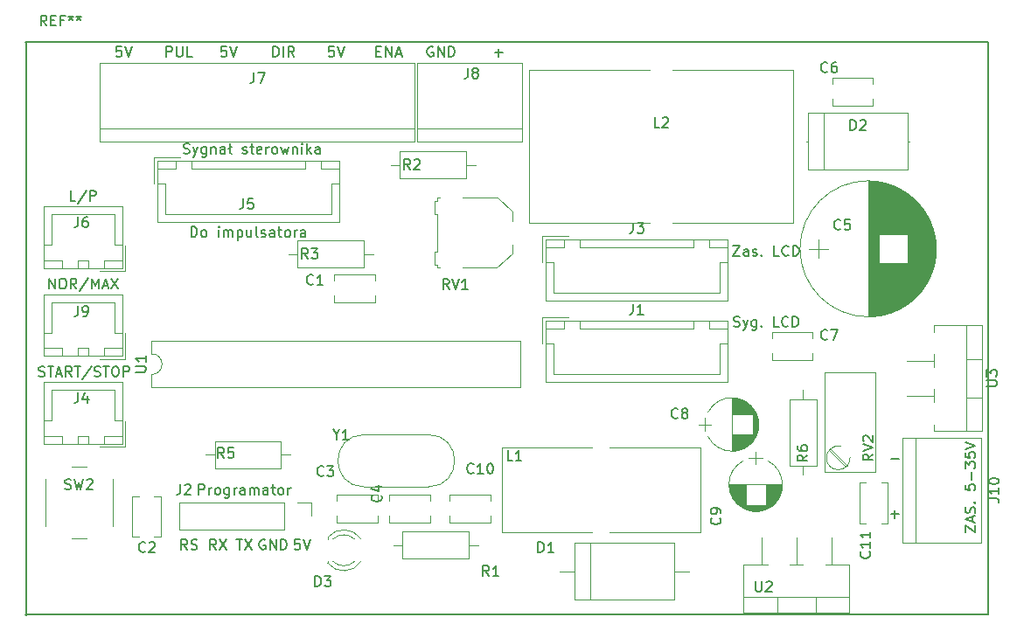
<source format=gbr>
G04 #@! TF.FileFunction,Legend,Top*
%FSLAX46Y46*%
G04 Gerber Fmt 4.6, Leading zero omitted, Abs format (unit mm)*
G04 Created by KiCad (PCBNEW 4.0.7) date 07/09/18 17:43:36*
%MOMM*%
%LPD*%
G01*
G04 APERTURE LIST*
%ADD10C,0.100000*%
%ADD11C,0.200000*%
%ADD12C,0.120000*%
%ADD13C,0.150000*%
G04 APERTURE END LIST*
D10*
D11*
X196957048Y-134467429D02*
X197718953Y-134467429D01*
X196957048Y-139801429D02*
X197718953Y-139801429D01*
X197338001Y-140182381D02*
X197338001Y-139420476D01*
X158603048Y-95097429D02*
X159364953Y-95097429D01*
X158984001Y-95478381D02*
X158984001Y-94716476D01*
X152634096Y-94526000D02*
X152538858Y-94478381D01*
X152396001Y-94478381D01*
X152253143Y-94526000D01*
X152157905Y-94621238D01*
X152110286Y-94716476D01*
X152062667Y-94906952D01*
X152062667Y-95049810D01*
X152110286Y-95240286D01*
X152157905Y-95335524D01*
X152253143Y-95430762D01*
X152396001Y-95478381D01*
X152491239Y-95478381D01*
X152634096Y-95430762D01*
X152681715Y-95383143D01*
X152681715Y-95049810D01*
X152491239Y-95049810D01*
X153110286Y-95478381D02*
X153110286Y-94478381D01*
X153681715Y-95478381D01*
X153681715Y-94478381D01*
X154157905Y-95478381D02*
X154157905Y-94478381D01*
X154396000Y-94478381D01*
X154538858Y-94526000D01*
X154634096Y-94621238D01*
X154681715Y-94716476D01*
X154729334Y-94906952D01*
X154729334Y-95049810D01*
X154681715Y-95240286D01*
X154634096Y-95335524D01*
X154538858Y-95430762D01*
X154396000Y-95478381D01*
X154157905Y-95478381D01*
X126805524Y-95478381D02*
X126805524Y-94478381D01*
X127186477Y-94478381D01*
X127281715Y-94526000D01*
X127329334Y-94573619D01*
X127376953Y-94668857D01*
X127376953Y-94811714D01*
X127329334Y-94906952D01*
X127281715Y-94954571D01*
X127186477Y-95002190D01*
X126805524Y-95002190D01*
X127805524Y-94478381D02*
X127805524Y-95287905D01*
X127853143Y-95383143D01*
X127900762Y-95430762D01*
X127996000Y-95478381D01*
X128186477Y-95478381D01*
X128281715Y-95430762D01*
X128329334Y-95383143D01*
X128376953Y-95287905D01*
X128376953Y-94478381D01*
X129329334Y-95478381D02*
X128853143Y-95478381D01*
X128853143Y-94478381D01*
X137156000Y-95478381D02*
X137156000Y-94478381D01*
X137394095Y-94478381D01*
X137536953Y-94526000D01*
X137632191Y-94621238D01*
X137679810Y-94716476D01*
X137727429Y-94906952D01*
X137727429Y-95049810D01*
X137679810Y-95240286D01*
X137632191Y-95335524D01*
X137536953Y-95430762D01*
X137394095Y-95478381D01*
X137156000Y-95478381D01*
X138156000Y-95478381D02*
X138156000Y-94478381D01*
X139203619Y-95478381D02*
X138870285Y-95002190D01*
X138632190Y-95478381D02*
X138632190Y-94478381D01*
X139013143Y-94478381D01*
X139108381Y-94526000D01*
X139156000Y-94573619D01*
X139203619Y-94668857D01*
X139203619Y-94811714D01*
X139156000Y-94906952D01*
X139108381Y-94954571D01*
X139013143Y-95002190D01*
X138632190Y-95002190D01*
X147149333Y-94954571D02*
X147482667Y-94954571D01*
X147625524Y-95478381D02*
X147149333Y-95478381D01*
X147149333Y-94478381D01*
X147625524Y-94478381D01*
X148054095Y-95478381D02*
X148054095Y-94478381D01*
X148625524Y-95478381D01*
X148625524Y-94478381D01*
X149054095Y-95192667D02*
X149530286Y-95192667D01*
X148958857Y-95478381D02*
X149292190Y-94478381D01*
X149625524Y-95478381D01*
X143045524Y-94478381D02*
X142569333Y-94478381D01*
X142521714Y-94954571D01*
X142569333Y-94906952D01*
X142664571Y-94859333D01*
X142902667Y-94859333D01*
X142997905Y-94906952D01*
X143045524Y-94954571D01*
X143093143Y-95049810D01*
X143093143Y-95287905D01*
X143045524Y-95383143D01*
X142997905Y-95430762D01*
X142902667Y-95478381D01*
X142664571Y-95478381D01*
X142569333Y-95430762D01*
X142521714Y-95383143D01*
X143378857Y-94478381D02*
X143712190Y-95478381D01*
X144045524Y-94478381D01*
X132631524Y-94478381D02*
X132155333Y-94478381D01*
X132107714Y-94954571D01*
X132155333Y-94906952D01*
X132250571Y-94859333D01*
X132488667Y-94859333D01*
X132583905Y-94906952D01*
X132631524Y-94954571D01*
X132679143Y-95049810D01*
X132679143Y-95287905D01*
X132631524Y-95383143D01*
X132583905Y-95430762D01*
X132488667Y-95478381D01*
X132250571Y-95478381D01*
X132155333Y-95430762D01*
X132107714Y-95383143D01*
X132964857Y-94478381D02*
X133298190Y-95478381D01*
X133631524Y-94478381D01*
X122471524Y-94478381D02*
X121995333Y-94478381D01*
X121947714Y-94954571D01*
X121995333Y-94906952D01*
X122090571Y-94859333D01*
X122328667Y-94859333D01*
X122423905Y-94906952D01*
X122471524Y-94954571D01*
X122519143Y-95049810D01*
X122519143Y-95287905D01*
X122471524Y-95383143D01*
X122423905Y-95430762D01*
X122328667Y-95478381D01*
X122090571Y-95478381D01*
X121995333Y-95430762D01*
X121947714Y-95383143D01*
X122804857Y-94478381D02*
X123138190Y-95478381D01*
X123471524Y-94478381D01*
X128845334Y-143230381D02*
X128512000Y-142754190D01*
X128273905Y-143230381D02*
X128273905Y-142230381D01*
X128654858Y-142230381D01*
X128750096Y-142278000D01*
X128797715Y-142325619D01*
X128845334Y-142420857D01*
X128845334Y-142563714D01*
X128797715Y-142658952D01*
X128750096Y-142706571D01*
X128654858Y-142754190D01*
X128273905Y-142754190D01*
X129226286Y-143182762D02*
X129369143Y-143230381D01*
X129607239Y-143230381D01*
X129702477Y-143182762D01*
X129750096Y-143135143D01*
X129797715Y-143039905D01*
X129797715Y-142944667D01*
X129750096Y-142849429D01*
X129702477Y-142801810D01*
X129607239Y-142754190D01*
X129416762Y-142706571D01*
X129321524Y-142658952D01*
X129273905Y-142611333D01*
X129226286Y-142516095D01*
X129226286Y-142420857D01*
X129273905Y-142325619D01*
X129321524Y-142278000D01*
X129416762Y-142230381D01*
X129654858Y-142230381D01*
X129797715Y-142278000D01*
X131639334Y-143230381D02*
X131306000Y-142754190D01*
X131067905Y-143230381D02*
X131067905Y-142230381D01*
X131448858Y-142230381D01*
X131544096Y-142278000D01*
X131591715Y-142325619D01*
X131639334Y-142420857D01*
X131639334Y-142563714D01*
X131591715Y-142658952D01*
X131544096Y-142706571D01*
X131448858Y-142754190D01*
X131067905Y-142754190D01*
X131972667Y-142230381D02*
X132639334Y-143230381D01*
X132639334Y-142230381D02*
X131972667Y-143230381D01*
X133584095Y-142230381D02*
X134155524Y-142230381D01*
X133869809Y-143230381D02*
X133869809Y-142230381D01*
X134393619Y-142230381D02*
X135060286Y-143230381D01*
X135060286Y-142230381D02*
X134393619Y-143230381D01*
X136378096Y-142278000D02*
X136282858Y-142230381D01*
X136140001Y-142230381D01*
X135997143Y-142278000D01*
X135901905Y-142373238D01*
X135854286Y-142468476D01*
X135806667Y-142658952D01*
X135806667Y-142801810D01*
X135854286Y-142992286D01*
X135901905Y-143087524D01*
X135997143Y-143182762D01*
X136140001Y-143230381D01*
X136235239Y-143230381D01*
X136378096Y-143182762D01*
X136425715Y-143135143D01*
X136425715Y-142801810D01*
X136235239Y-142801810D01*
X136854286Y-143230381D02*
X136854286Y-142230381D01*
X137425715Y-143230381D01*
X137425715Y-142230381D01*
X137901905Y-143230381D02*
X137901905Y-142230381D01*
X138140000Y-142230381D01*
X138282858Y-142278000D01*
X138378096Y-142373238D01*
X138425715Y-142468476D01*
X138473334Y-142658952D01*
X138473334Y-142801810D01*
X138425715Y-142992286D01*
X138378096Y-143087524D01*
X138282858Y-143182762D01*
X138140000Y-143230381D01*
X137901905Y-143230381D01*
X139743524Y-142230381D02*
X139267333Y-142230381D01*
X139219714Y-142706571D01*
X139267333Y-142658952D01*
X139362571Y-142611333D01*
X139600667Y-142611333D01*
X139695905Y-142658952D01*
X139743524Y-142706571D01*
X139791143Y-142801810D01*
X139791143Y-143039905D01*
X139743524Y-143135143D01*
X139695905Y-143182762D01*
X139600667Y-143230381D01*
X139362571Y-143230381D01*
X139267333Y-143182762D01*
X139219714Y-143135143D01*
X140076857Y-142230381D02*
X140410190Y-143230381D01*
X140743524Y-142230381D01*
X113225000Y-94025000D02*
X113175000Y-94025000D01*
X113225000Y-149550000D02*
X113225000Y-94025000D01*
X113575000Y-94050000D02*
X113175000Y-94050000D01*
X206425000Y-149525000D02*
X113175000Y-149525000D01*
X206425000Y-94050000D02*
X206425000Y-149525000D01*
X113425000Y-94050000D02*
X206425000Y-94050000D01*
D12*
X199370000Y-142524000D02*
X199370000Y-132364000D01*
X198100000Y-142524000D02*
X205720000Y-142524000D01*
X205720000Y-142524000D02*
X205720000Y-132364000D01*
X205720000Y-132364000D02*
X198100000Y-132364000D01*
X198100000Y-132364000D02*
X198100000Y-142524000D01*
X146994000Y-119246000D02*
X143074000Y-119246000D01*
X146994000Y-116526000D02*
X143074000Y-116526000D01*
X146994000Y-119246000D02*
X146994000Y-118636000D01*
X146994000Y-117136000D02*
X146994000Y-116526000D01*
X143074000Y-119246000D02*
X143074000Y-118636000D01*
X143074000Y-117136000D02*
X143074000Y-116526000D01*
X126260000Y-138040000D02*
X126260000Y-141960000D01*
X123540000Y-138040000D02*
X123540000Y-141960000D01*
X126260000Y-138040000D02*
X125650000Y-138040000D01*
X124150000Y-138040000D02*
X123540000Y-138040000D01*
X126260000Y-141960000D02*
X125650000Y-141960000D01*
X124150000Y-141960000D02*
X123540000Y-141960000D01*
X147248000Y-140582000D02*
X143328000Y-140582000D01*
X147248000Y-137862000D02*
X143328000Y-137862000D01*
X147248000Y-140582000D02*
X147248000Y-139972000D01*
X147248000Y-138472000D02*
X147248000Y-137862000D01*
X143328000Y-140582000D02*
X143328000Y-139972000D01*
X143328000Y-138472000D02*
X143328000Y-137862000D01*
X152328000Y-140582000D02*
X148408000Y-140582000D01*
X152328000Y-137862000D02*
X148408000Y-137862000D01*
X152328000Y-140582000D02*
X152328000Y-139972000D01*
X152328000Y-138472000D02*
X152328000Y-137862000D01*
X148408000Y-140582000D02*
X148408000Y-139972000D01*
X148408000Y-138472000D02*
X148408000Y-137862000D01*
X183879722Y-129914277D02*
G75*
G03X179268420Y-129914000I-2305722J-1179723D01*
G01*
X183879722Y-132273723D02*
G75*
G02X179268420Y-132274000I-2305722J1179723D01*
G01*
X183879722Y-132273723D02*
G75*
G03X183879580Y-129914000I-2305722J1179723D01*
G01*
X181574000Y-128544000D02*
X181574000Y-133644000D01*
X181614000Y-128544000D02*
X181614000Y-130114000D01*
X181614000Y-132074000D02*
X181614000Y-133644000D01*
X181654000Y-128545000D02*
X181654000Y-130114000D01*
X181654000Y-132074000D02*
X181654000Y-133643000D01*
X181694000Y-128546000D02*
X181694000Y-130114000D01*
X181694000Y-132074000D02*
X181694000Y-133642000D01*
X181734000Y-128548000D02*
X181734000Y-130114000D01*
X181734000Y-132074000D02*
X181734000Y-133640000D01*
X181774000Y-128551000D02*
X181774000Y-130114000D01*
X181774000Y-132074000D02*
X181774000Y-133637000D01*
X181814000Y-128555000D02*
X181814000Y-130114000D01*
X181814000Y-132074000D02*
X181814000Y-133633000D01*
X181854000Y-128559000D02*
X181854000Y-130114000D01*
X181854000Y-132074000D02*
X181854000Y-133629000D01*
X181894000Y-128563000D02*
X181894000Y-130114000D01*
X181894000Y-132074000D02*
X181894000Y-133625000D01*
X181934000Y-128569000D02*
X181934000Y-130114000D01*
X181934000Y-132074000D02*
X181934000Y-133619000D01*
X181974000Y-128575000D02*
X181974000Y-130114000D01*
X181974000Y-132074000D02*
X181974000Y-133613000D01*
X182014000Y-128581000D02*
X182014000Y-130114000D01*
X182014000Y-132074000D02*
X182014000Y-133607000D01*
X182054000Y-128588000D02*
X182054000Y-130114000D01*
X182054000Y-132074000D02*
X182054000Y-133600000D01*
X182094000Y-128596000D02*
X182094000Y-130114000D01*
X182094000Y-132074000D02*
X182094000Y-133592000D01*
X182134000Y-128605000D02*
X182134000Y-130114000D01*
X182134000Y-132074000D02*
X182134000Y-133583000D01*
X182174000Y-128614000D02*
X182174000Y-130114000D01*
X182174000Y-132074000D02*
X182174000Y-133574000D01*
X182214000Y-128624000D02*
X182214000Y-130114000D01*
X182214000Y-132074000D02*
X182214000Y-133564000D01*
X182254000Y-128634000D02*
X182254000Y-130114000D01*
X182254000Y-132074000D02*
X182254000Y-133554000D01*
X182295000Y-128646000D02*
X182295000Y-130114000D01*
X182295000Y-132074000D02*
X182295000Y-133542000D01*
X182335000Y-128658000D02*
X182335000Y-130114000D01*
X182335000Y-132074000D02*
X182335000Y-133530000D01*
X182375000Y-128670000D02*
X182375000Y-130114000D01*
X182375000Y-132074000D02*
X182375000Y-133518000D01*
X182415000Y-128684000D02*
X182415000Y-130114000D01*
X182415000Y-132074000D02*
X182415000Y-133504000D01*
X182455000Y-128698000D02*
X182455000Y-130114000D01*
X182455000Y-132074000D02*
X182455000Y-133490000D01*
X182495000Y-128712000D02*
X182495000Y-130114000D01*
X182495000Y-132074000D02*
X182495000Y-133476000D01*
X182535000Y-128728000D02*
X182535000Y-130114000D01*
X182535000Y-132074000D02*
X182535000Y-133460000D01*
X182575000Y-128744000D02*
X182575000Y-130114000D01*
X182575000Y-132074000D02*
X182575000Y-133444000D01*
X182615000Y-128761000D02*
X182615000Y-130114000D01*
X182615000Y-132074000D02*
X182615000Y-133427000D01*
X182655000Y-128779000D02*
X182655000Y-130114000D01*
X182655000Y-132074000D02*
X182655000Y-133409000D01*
X182695000Y-128798000D02*
X182695000Y-130114000D01*
X182695000Y-132074000D02*
X182695000Y-133390000D01*
X182735000Y-128818000D02*
X182735000Y-130114000D01*
X182735000Y-132074000D02*
X182735000Y-133370000D01*
X182775000Y-128838000D02*
X182775000Y-130114000D01*
X182775000Y-132074000D02*
X182775000Y-133350000D01*
X182815000Y-128860000D02*
X182815000Y-130114000D01*
X182815000Y-132074000D02*
X182815000Y-133328000D01*
X182855000Y-128882000D02*
X182855000Y-130114000D01*
X182855000Y-132074000D02*
X182855000Y-133306000D01*
X182895000Y-128905000D02*
X182895000Y-130114000D01*
X182895000Y-132074000D02*
X182895000Y-133283000D01*
X182935000Y-128929000D02*
X182935000Y-130114000D01*
X182935000Y-132074000D02*
X182935000Y-133259000D01*
X182975000Y-128954000D02*
X182975000Y-130114000D01*
X182975000Y-132074000D02*
X182975000Y-133234000D01*
X183015000Y-128981000D02*
X183015000Y-130114000D01*
X183015000Y-132074000D02*
X183015000Y-133207000D01*
X183055000Y-129008000D02*
X183055000Y-130114000D01*
X183055000Y-132074000D02*
X183055000Y-133180000D01*
X183095000Y-129036000D02*
X183095000Y-130114000D01*
X183095000Y-132074000D02*
X183095000Y-133152000D01*
X183135000Y-129066000D02*
X183135000Y-130114000D01*
X183135000Y-132074000D02*
X183135000Y-133122000D01*
X183175000Y-129097000D02*
X183175000Y-130114000D01*
X183175000Y-132074000D02*
X183175000Y-133091000D01*
X183215000Y-129129000D02*
X183215000Y-130114000D01*
X183215000Y-132074000D02*
X183215000Y-133059000D01*
X183255000Y-129162000D02*
X183255000Y-130114000D01*
X183255000Y-132074000D02*
X183255000Y-133026000D01*
X183295000Y-129197000D02*
X183295000Y-130114000D01*
X183295000Y-132074000D02*
X183295000Y-132991000D01*
X183335000Y-129233000D02*
X183335000Y-130114000D01*
X183335000Y-132074000D02*
X183335000Y-132955000D01*
X183375000Y-129271000D02*
X183375000Y-130114000D01*
X183375000Y-132074000D02*
X183375000Y-132917000D01*
X183415000Y-129311000D02*
X183415000Y-130114000D01*
X183415000Y-132074000D02*
X183415000Y-132877000D01*
X183455000Y-129352000D02*
X183455000Y-130114000D01*
X183455000Y-132074000D02*
X183455000Y-132836000D01*
X183495000Y-129395000D02*
X183495000Y-130114000D01*
X183495000Y-132074000D02*
X183495000Y-132793000D01*
X183535000Y-129440000D02*
X183535000Y-130114000D01*
X183535000Y-132074000D02*
X183535000Y-132748000D01*
X183575000Y-129488000D02*
X183575000Y-132700000D01*
X183615000Y-129538000D02*
X183615000Y-132650000D01*
X183655000Y-129590000D02*
X183655000Y-132598000D01*
X183695000Y-129646000D02*
X183695000Y-132542000D01*
X183735000Y-129704000D02*
X183735000Y-132484000D01*
X183775000Y-129767000D02*
X183775000Y-132421000D01*
X183815000Y-129833000D02*
X183815000Y-132355000D01*
X183855000Y-129905000D02*
X183855000Y-132283000D01*
X183895000Y-129982000D02*
X183895000Y-132206000D01*
X183935000Y-130066000D02*
X183935000Y-132122000D01*
X183975000Y-130160000D02*
X183975000Y-132028000D01*
X184015000Y-130265000D02*
X184015000Y-131923000D01*
X184055000Y-130387000D02*
X184055000Y-131801000D01*
X184095000Y-130535000D02*
X184095000Y-131653000D01*
X184135000Y-130740000D02*
X184135000Y-131448000D01*
X178374000Y-131094000D02*
X179574000Y-131094000D01*
X178974000Y-130444000D02*
X178974000Y-131744000D01*
X128035000Y-138620000D02*
X128035000Y-141280000D01*
X138255000Y-138620000D02*
X128035000Y-138620000D01*
X138255000Y-141280000D02*
X128035000Y-141280000D01*
X138255000Y-138620000D02*
X138255000Y-141280000D01*
X139525000Y-138620000D02*
X140855000Y-138620000D01*
X140855000Y-138620000D02*
X140855000Y-139950000D01*
X122550000Y-132950000D02*
X122550000Y-127000000D01*
X122550000Y-127000000D02*
X114950000Y-127000000D01*
X114950000Y-127000000D02*
X114950000Y-132950000D01*
X114950000Y-132950000D02*
X122550000Y-132950000D01*
X119250000Y-132950000D02*
X119250000Y-132200000D01*
X119250000Y-132200000D02*
X118250000Y-132200000D01*
X118250000Y-132200000D02*
X118250000Y-132950000D01*
X118250000Y-132950000D02*
X119250000Y-132950000D01*
X122550000Y-132950000D02*
X122550000Y-132200000D01*
X122550000Y-132200000D02*
X120750000Y-132200000D01*
X120750000Y-132200000D02*
X120750000Y-132950000D01*
X120750000Y-132950000D02*
X122550000Y-132950000D01*
X116750000Y-132950000D02*
X116750000Y-132200000D01*
X116750000Y-132200000D02*
X114950000Y-132200000D01*
X114950000Y-132200000D02*
X114950000Y-132950000D01*
X114950000Y-132950000D02*
X116750000Y-132950000D01*
X122550000Y-130700000D02*
X121800000Y-130700000D01*
X121800000Y-130700000D02*
X121800000Y-127750000D01*
X121800000Y-127750000D02*
X118750000Y-127750000D01*
X114950000Y-130700000D02*
X115700000Y-130700000D01*
X115700000Y-130700000D02*
X115700000Y-127750000D01*
X115700000Y-127750000D02*
X118750000Y-127750000D01*
X120350000Y-133250000D02*
X122850000Y-133250000D01*
X122850000Y-133250000D02*
X122850000Y-130750000D01*
X122550000Y-115950000D02*
X122550000Y-110000000D01*
X122550000Y-110000000D02*
X114950000Y-110000000D01*
X114950000Y-110000000D02*
X114950000Y-115950000D01*
X114950000Y-115950000D02*
X122550000Y-115950000D01*
X119250000Y-115950000D02*
X119250000Y-115200000D01*
X119250000Y-115200000D02*
X118250000Y-115200000D01*
X118250000Y-115200000D02*
X118250000Y-115950000D01*
X118250000Y-115950000D02*
X119250000Y-115950000D01*
X122550000Y-115950000D02*
X122550000Y-115200000D01*
X122550000Y-115200000D02*
X120750000Y-115200000D01*
X120750000Y-115200000D02*
X120750000Y-115950000D01*
X120750000Y-115950000D02*
X122550000Y-115950000D01*
X116750000Y-115950000D02*
X116750000Y-115200000D01*
X116750000Y-115200000D02*
X114950000Y-115200000D01*
X114950000Y-115200000D02*
X114950000Y-115950000D01*
X114950000Y-115950000D02*
X116750000Y-115950000D01*
X122550000Y-113700000D02*
X121800000Y-113700000D01*
X121800000Y-113700000D02*
X121800000Y-110750000D01*
X121800000Y-110750000D02*
X118750000Y-110750000D01*
X114950000Y-113700000D02*
X115700000Y-113700000D01*
X115700000Y-113700000D02*
X115700000Y-110750000D01*
X115700000Y-110750000D02*
X118750000Y-110750000D01*
X120350000Y-116250000D02*
X122850000Y-116250000D01*
X122850000Y-116250000D02*
X122850000Y-113750000D01*
X122550000Y-124450000D02*
X122550000Y-118500000D01*
X122550000Y-118500000D02*
X114950000Y-118500000D01*
X114950000Y-118500000D02*
X114950000Y-124450000D01*
X114950000Y-124450000D02*
X122550000Y-124450000D01*
X119250000Y-124450000D02*
X119250000Y-123700000D01*
X119250000Y-123700000D02*
X118250000Y-123700000D01*
X118250000Y-123700000D02*
X118250000Y-124450000D01*
X118250000Y-124450000D02*
X119250000Y-124450000D01*
X122550000Y-124450000D02*
X122550000Y-123700000D01*
X122550000Y-123700000D02*
X120750000Y-123700000D01*
X120750000Y-123700000D02*
X120750000Y-124450000D01*
X120750000Y-124450000D02*
X122550000Y-124450000D01*
X116750000Y-124450000D02*
X116750000Y-123700000D01*
X116750000Y-123700000D02*
X114950000Y-123700000D01*
X114950000Y-123700000D02*
X114950000Y-124450000D01*
X114950000Y-124450000D02*
X116750000Y-124450000D01*
X122550000Y-122200000D02*
X121800000Y-122200000D01*
X121800000Y-122200000D02*
X121800000Y-119250000D01*
X121800000Y-119250000D02*
X118750000Y-119250000D01*
X114950000Y-122200000D02*
X115700000Y-122200000D01*
X115700000Y-122200000D02*
X115700000Y-119250000D01*
X115700000Y-119250000D02*
X118750000Y-119250000D01*
X120350000Y-124750000D02*
X122850000Y-124750000D01*
X122850000Y-124750000D02*
X122850000Y-122250000D01*
X137930000Y-135335000D02*
X137930000Y-132715000D01*
X137930000Y-132715000D02*
X131510000Y-132715000D01*
X131510000Y-132715000D02*
X131510000Y-135335000D01*
X131510000Y-135335000D02*
X137930000Y-135335000D01*
X138820000Y-134025000D02*
X137930000Y-134025000D01*
X130620000Y-134025000D02*
X131510000Y-134025000D01*
X189758000Y-128646000D02*
X187138000Y-128646000D01*
X187138000Y-128646000D02*
X187138000Y-135066000D01*
X187138000Y-135066000D02*
X189758000Y-135066000D01*
X189758000Y-135066000D02*
X189758000Y-128646000D01*
X188448000Y-127756000D02*
X188448000Y-128646000D01*
X188448000Y-135956000D02*
X188448000Y-135066000D01*
X153262000Y-115862000D02*
X153012000Y-115862000D01*
X153012000Y-115862000D02*
X153012000Y-115612000D01*
X153012000Y-115612000D02*
X152762000Y-115612000D01*
X152762000Y-115612000D02*
X152762000Y-114362000D01*
X152762000Y-114362000D02*
X153012000Y-114362000D01*
X153012000Y-114362000D02*
X153012000Y-110712000D01*
X153012000Y-110712000D02*
X152762000Y-110712000D01*
X152762000Y-110712000D02*
X152762000Y-109412000D01*
X152762000Y-109412000D02*
X153012000Y-109412000D01*
X153012000Y-109412000D02*
X153012000Y-109112000D01*
X153012000Y-109112000D02*
X153262000Y-109112000D01*
X160312000Y-113662000D02*
X160312000Y-114562000D01*
X160312000Y-114562000D02*
X158812000Y-115912000D01*
X158812000Y-115912000D02*
X155512000Y-115912000D01*
X155512000Y-109112000D02*
X158862000Y-109112000D01*
X158862000Y-109112000D02*
X160312000Y-110462000D01*
X160312000Y-110462000D02*
X160312000Y-111362000D01*
X193024296Y-134294691D02*
G75*
G02X190715000Y-134335000I-1154296J-40309D01*
G01*
X190715948Y-134355121D02*
G75*
G02X192110000Y-133206000I1154052J20121D01*
G01*
X195490000Y-126015000D02*
X195490000Y-135665000D01*
X190539000Y-126015000D02*
X190539000Y-135665000D01*
X195490000Y-126015000D02*
X190539000Y-126015000D01*
X195490000Y-135665000D02*
X190539000Y-135665000D01*
X192604000Y-135211000D02*
X190994000Y-133600000D01*
X192745000Y-135071000D02*
X191135000Y-133459000D01*
X115130000Y-136412000D02*
X115130000Y-140912000D01*
X119130000Y-135162000D02*
X117630000Y-135162000D01*
X121630000Y-140912000D02*
X121630000Y-136412000D01*
X117630000Y-142162000D02*
X119130000Y-142162000D01*
X152205000Y-137135000D02*
X145955000Y-137135000D01*
X152205000Y-132085000D02*
X145955000Y-132085000D01*
X152205000Y-132085000D02*
G75*
G02X152205000Y-137135000I0J-2525000D01*
G01*
X145955000Y-132085000D02*
G75*
G03X145955000Y-137135000I0J-2525000D01*
G01*
X120376000Y-96042000D02*
X120376000Y-103662000D01*
X150856000Y-103662000D02*
X150856000Y-96042000D01*
X120376000Y-102392000D02*
X150856000Y-102392000D01*
X120376000Y-96042000D02*
X150856000Y-96042000D01*
X120376000Y-103662000D02*
X150856000Y-103662000D01*
X161270000Y-102392000D02*
X151110000Y-102392000D01*
X161270000Y-103662000D02*
X161270000Y-96042000D01*
X161270000Y-96042000D02*
X151110000Y-96042000D01*
X151110000Y-96042000D02*
X151110000Y-103662000D01*
X151110000Y-103662000D02*
X161270000Y-103662000D01*
X125396000Y-124252000D02*
G75*
G02X125396000Y-126252000I0J-1000000D01*
G01*
X125396000Y-126252000D02*
X125396000Y-127502000D01*
X125396000Y-127502000D02*
X161076000Y-127502000D01*
X161076000Y-127502000D02*
X161076000Y-123002000D01*
X161076000Y-123002000D02*
X125396000Y-123002000D01*
X125396000Y-123002000D02*
X125396000Y-124252000D01*
X178501000Y-141560000D02*
X169754000Y-141560000D01*
X168026000Y-141560000D02*
X159279000Y-141560000D01*
X178501000Y-133340000D02*
X169754000Y-133340000D01*
X168026000Y-133340000D02*
X159279000Y-133340000D01*
X178501000Y-141560000D02*
X178501000Y-133340000D01*
X159279000Y-141560000D02*
X159279000Y-133340000D01*
X185055723Y-139225722D02*
G75*
G03X185056000Y-134614420I-1179723J2305722D01*
G01*
X182696277Y-139225722D02*
G75*
G02X182696000Y-134614420I1179723J2305722D01*
G01*
X182696277Y-139225722D02*
G75*
G03X185056000Y-139225580I1179723J2305722D01*
G01*
X186426000Y-136920000D02*
X181326000Y-136920000D01*
X186426000Y-136960000D02*
X184856000Y-136960000D01*
X182896000Y-136960000D02*
X181326000Y-136960000D01*
X186425000Y-137000000D02*
X184856000Y-137000000D01*
X182896000Y-137000000D02*
X181327000Y-137000000D01*
X186424000Y-137040000D02*
X184856000Y-137040000D01*
X182896000Y-137040000D02*
X181328000Y-137040000D01*
X186422000Y-137080000D02*
X184856000Y-137080000D01*
X182896000Y-137080000D02*
X181330000Y-137080000D01*
X186419000Y-137120000D02*
X184856000Y-137120000D01*
X182896000Y-137120000D02*
X181333000Y-137120000D01*
X186415000Y-137160000D02*
X184856000Y-137160000D01*
X182896000Y-137160000D02*
X181337000Y-137160000D01*
X186411000Y-137200000D02*
X184856000Y-137200000D01*
X182896000Y-137200000D02*
X181341000Y-137200000D01*
X186407000Y-137240000D02*
X184856000Y-137240000D01*
X182896000Y-137240000D02*
X181345000Y-137240000D01*
X186401000Y-137280000D02*
X184856000Y-137280000D01*
X182896000Y-137280000D02*
X181351000Y-137280000D01*
X186395000Y-137320000D02*
X184856000Y-137320000D01*
X182896000Y-137320000D02*
X181357000Y-137320000D01*
X186389000Y-137360000D02*
X184856000Y-137360000D01*
X182896000Y-137360000D02*
X181363000Y-137360000D01*
X186382000Y-137400000D02*
X184856000Y-137400000D01*
X182896000Y-137400000D02*
X181370000Y-137400000D01*
X186374000Y-137440000D02*
X184856000Y-137440000D01*
X182896000Y-137440000D02*
X181378000Y-137440000D01*
X186365000Y-137480000D02*
X184856000Y-137480000D01*
X182896000Y-137480000D02*
X181387000Y-137480000D01*
X186356000Y-137520000D02*
X184856000Y-137520000D01*
X182896000Y-137520000D02*
X181396000Y-137520000D01*
X186346000Y-137560000D02*
X184856000Y-137560000D01*
X182896000Y-137560000D02*
X181406000Y-137560000D01*
X186336000Y-137600000D02*
X184856000Y-137600000D01*
X182896000Y-137600000D02*
X181416000Y-137600000D01*
X186324000Y-137641000D02*
X184856000Y-137641000D01*
X182896000Y-137641000D02*
X181428000Y-137641000D01*
X186312000Y-137681000D02*
X184856000Y-137681000D01*
X182896000Y-137681000D02*
X181440000Y-137681000D01*
X186300000Y-137721000D02*
X184856000Y-137721000D01*
X182896000Y-137721000D02*
X181452000Y-137721000D01*
X186286000Y-137761000D02*
X184856000Y-137761000D01*
X182896000Y-137761000D02*
X181466000Y-137761000D01*
X186272000Y-137801000D02*
X184856000Y-137801000D01*
X182896000Y-137801000D02*
X181480000Y-137801000D01*
X186258000Y-137841000D02*
X184856000Y-137841000D01*
X182896000Y-137841000D02*
X181494000Y-137841000D01*
X186242000Y-137881000D02*
X184856000Y-137881000D01*
X182896000Y-137881000D02*
X181510000Y-137881000D01*
X186226000Y-137921000D02*
X184856000Y-137921000D01*
X182896000Y-137921000D02*
X181526000Y-137921000D01*
X186209000Y-137961000D02*
X184856000Y-137961000D01*
X182896000Y-137961000D02*
X181543000Y-137961000D01*
X186191000Y-138001000D02*
X184856000Y-138001000D01*
X182896000Y-138001000D02*
X181561000Y-138001000D01*
X186172000Y-138041000D02*
X184856000Y-138041000D01*
X182896000Y-138041000D02*
X181580000Y-138041000D01*
X186152000Y-138081000D02*
X184856000Y-138081000D01*
X182896000Y-138081000D02*
X181600000Y-138081000D01*
X186132000Y-138121000D02*
X184856000Y-138121000D01*
X182896000Y-138121000D02*
X181620000Y-138121000D01*
X186110000Y-138161000D02*
X184856000Y-138161000D01*
X182896000Y-138161000D02*
X181642000Y-138161000D01*
X186088000Y-138201000D02*
X184856000Y-138201000D01*
X182896000Y-138201000D02*
X181664000Y-138201000D01*
X186065000Y-138241000D02*
X184856000Y-138241000D01*
X182896000Y-138241000D02*
X181687000Y-138241000D01*
X186041000Y-138281000D02*
X184856000Y-138281000D01*
X182896000Y-138281000D02*
X181711000Y-138281000D01*
X186016000Y-138321000D02*
X184856000Y-138321000D01*
X182896000Y-138321000D02*
X181736000Y-138321000D01*
X185989000Y-138361000D02*
X184856000Y-138361000D01*
X182896000Y-138361000D02*
X181763000Y-138361000D01*
X185962000Y-138401000D02*
X184856000Y-138401000D01*
X182896000Y-138401000D02*
X181790000Y-138401000D01*
X185934000Y-138441000D02*
X184856000Y-138441000D01*
X182896000Y-138441000D02*
X181818000Y-138441000D01*
X185904000Y-138481000D02*
X184856000Y-138481000D01*
X182896000Y-138481000D02*
X181848000Y-138481000D01*
X185873000Y-138521000D02*
X184856000Y-138521000D01*
X182896000Y-138521000D02*
X181879000Y-138521000D01*
X185841000Y-138561000D02*
X184856000Y-138561000D01*
X182896000Y-138561000D02*
X181911000Y-138561000D01*
X185808000Y-138601000D02*
X184856000Y-138601000D01*
X182896000Y-138601000D02*
X181944000Y-138601000D01*
X185773000Y-138641000D02*
X184856000Y-138641000D01*
X182896000Y-138641000D02*
X181979000Y-138641000D01*
X185737000Y-138681000D02*
X184856000Y-138681000D01*
X182896000Y-138681000D02*
X182015000Y-138681000D01*
X185699000Y-138721000D02*
X184856000Y-138721000D01*
X182896000Y-138721000D02*
X182053000Y-138721000D01*
X185659000Y-138761000D02*
X184856000Y-138761000D01*
X182896000Y-138761000D02*
X182093000Y-138761000D01*
X185618000Y-138801000D02*
X184856000Y-138801000D01*
X182896000Y-138801000D02*
X182134000Y-138801000D01*
X185575000Y-138841000D02*
X184856000Y-138841000D01*
X182896000Y-138841000D02*
X182177000Y-138841000D01*
X185530000Y-138881000D02*
X184856000Y-138881000D01*
X182896000Y-138881000D02*
X182222000Y-138881000D01*
X185482000Y-138921000D02*
X182270000Y-138921000D01*
X185432000Y-138961000D02*
X182320000Y-138961000D01*
X185380000Y-139001000D02*
X182372000Y-139001000D01*
X185324000Y-139041000D02*
X182428000Y-139041000D01*
X185266000Y-139081000D02*
X182486000Y-139081000D01*
X185203000Y-139121000D02*
X182549000Y-139121000D01*
X185137000Y-139161000D02*
X182615000Y-139161000D01*
X185065000Y-139201000D02*
X182687000Y-139201000D01*
X184988000Y-139241000D02*
X182764000Y-139241000D01*
X184904000Y-139281000D02*
X182848000Y-139281000D01*
X184810000Y-139321000D02*
X182942000Y-139321000D01*
X184705000Y-139361000D02*
X183047000Y-139361000D01*
X184583000Y-139401000D02*
X183169000Y-139401000D01*
X184435000Y-139441000D02*
X183317000Y-139441000D01*
X184230000Y-139481000D02*
X183522000Y-139481000D01*
X183876000Y-133720000D02*
X183876000Y-134920000D01*
X184526000Y-134320000D02*
X183226000Y-134320000D01*
X166356000Y-142593000D02*
X166356000Y-148043000D01*
X166356000Y-148043000D02*
X175996000Y-148043000D01*
X175996000Y-148043000D02*
X175996000Y-142593000D01*
X175996000Y-142593000D02*
X166356000Y-142593000D01*
X164936000Y-145318000D02*
X166356000Y-145318000D01*
X177416000Y-145318000D02*
X175996000Y-145318000D01*
X167844000Y-142593000D02*
X167844000Y-148043000D01*
X192963000Y-149320000D02*
X182722000Y-149320000D01*
X192963000Y-144679000D02*
X190607000Y-144679000D01*
X188477000Y-144679000D02*
X187207000Y-144679000D01*
X185077000Y-144679000D02*
X182722000Y-144679000D01*
X192963000Y-149320000D02*
X192963000Y-144679000D01*
X182722000Y-149320000D02*
X182722000Y-144679000D01*
X192963000Y-147811000D02*
X182722000Y-147811000D01*
X189692000Y-149320000D02*
X189692000Y-147811000D01*
X185992000Y-149320000D02*
X185992000Y-147811000D01*
X191242000Y-144679000D02*
X191242000Y-142049000D01*
X187842000Y-144679000D02*
X187842000Y-142065000D01*
X184442000Y-144679000D02*
X184442000Y-142065000D01*
X205768000Y-121499000D02*
X205768000Y-131740000D01*
X201127000Y-121499000D02*
X201127000Y-122170000D01*
X201127000Y-124270000D02*
X201127000Y-125555000D01*
X201127000Y-127685000D02*
X201127000Y-128955000D01*
X201127000Y-131085000D02*
X201127000Y-131740000D01*
X205768000Y-121499000D02*
X201127000Y-121499000D01*
X205768000Y-131740000D02*
X201127000Y-131740000D01*
X204259000Y-121499000D02*
X204259000Y-131740000D01*
X205768000Y-124770000D02*
X204259000Y-124770000D01*
X205768000Y-128470000D02*
X204259000Y-128470000D01*
X201127000Y-124920000D02*
X198513000Y-124920000D01*
X201127000Y-128320000D02*
X198513000Y-128320000D01*
X201348000Y-114076000D02*
G75*
G03X201348000Y-114076000I-6590000J0D01*
G01*
X194758000Y-107526000D02*
X194758000Y-120626000D01*
X194798000Y-107526000D02*
X194798000Y-120626000D01*
X194838000Y-107526000D02*
X194838000Y-120626000D01*
X194878000Y-107527000D02*
X194878000Y-120625000D01*
X194918000Y-107527000D02*
X194918000Y-120625000D01*
X194958000Y-107529000D02*
X194958000Y-120623000D01*
X194998000Y-107530000D02*
X194998000Y-120622000D01*
X195038000Y-107531000D02*
X195038000Y-120621000D01*
X195078000Y-107533000D02*
X195078000Y-120619000D01*
X195118000Y-107535000D02*
X195118000Y-120617000D01*
X195158000Y-107538000D02*
X195158000Y-120614000D01*
X195198000Y-107540000D02*
X195198000Y-120612000D01*
X195238000Y-107543000D02*
X195238000Y-120609000D01*
X195278000Y-107546000D02*
X195278000Y-120606000D01*
X195318000Y-107549000D02*
X195318000Y-120603000D01*
X195358000Y-107553000D02*
X195358000Y-120599000D01*
X195398000Y-107557000D02*
X195398000Y-120595000D01*
X195438000Y-107561000D02*
X195438000Y-120591000D01*
X195479000Y-107565000D02*
X195479000Y-120587000D01*
X195519000Y-107569000D02*
X195519000Y-120583000D01*
X195559000Y-107574000D02*
X195559000Y-120578000D01*
X195599000Y-107579000D02*
X195599000Y-120573000D01*
X195639000Y-107585000D02*
X195639000Y-120567000D01*
X195679000Y-107590000D02*
X195679000Y-120562000D01*
X195719000Y-107596000D02*
X195719000Y-120556000D01*
X195759000Y-107602000D02*
X195759000Y-120550000D01*
X195799000Y-107608000D02*
X195799000Y-120544000D01*
X195839000Y-107615000D02*
X195839000Y-120537000D01*
X195879000Y-107621000D02*
X195879000Y-112696000D01*
X195879000Y-115456000D02*
X195879000Y-120531000D01*
X195919000Y-107628000D02*
X195919000Y-112696000D01*
X195919000Y-115456000D02*
X195919000Y-120524000D01*
X195959000Y-107636000D02*
X195959000Y-112696000D01*
X195959000Y-115456000D02*
X195959000Y-120516000D01*
X195999000Y-107643000D02*
X195999000Y-112696000D01*
X195999000Y-115456000D02*
X195999000Y-120509000D01*
X196039000Y-107651000D02*
X196039000Y-112696000D01*
X196039000Y-115456000D02*
X196039000Y-120501000D01*
X196079000Y-107659000D02*
X196079000Y-112696000D01*
X196079000Y-115456000D02*
X196079000Y-120493000D01*
X196119000Y-107667000D02*
X196119000Y-112696000D01*
X196119000Y-115456000D02*
X196119000Y-120485000D01*
X196159000Y-107676000D02*
X196159000Y-112696000D01*
X196159000Y-115456000D02*
X196159000Y-120476000D01*
X196199000Y-107685000D02*
X196199000Y-112696000D01*
X196199000Y-115456000D02*
X196199000Y-120467000D01*
X196239000Y-107694000D02*
X196239000Y-112696000D01*
X196239000Y-115456000D02*
X196239000Y-120458000D01*
X196279000Y-107703000D02*
X196279000Y-112696000D01*
X196279000Y-115456000D02*
X196279000Y-120449000D01*
X196319000Y-107713000D02*
X196319000Y-112696000D01*
X196319000Y-115456000D02*
X196319000Y-120439000D01*
X196359000Y-107723000D02*
X196359000Y-112696000D01*
X196359000Y-115456000D02*
X196359000Y-120429000D01*
X196399000Y-107733000D02*
X196399000Y-112696000D01*
X196399000Y-115456000D02*
X196399000Y-120419000D01*
X196439000Y-107743000D02*
X196439000Y-112696000D01*
X196439000Y-115456000D02*
X196439000Y-120409000D01*
X196479000Y-107754000D02*
X196479000Y-112696000D01*
X196479000Y-115456000D02*
X196479000Y-120398000D01*
X196519000Y-107765000D02*
X196519000Y-112696000D01*
X196519000Y-115456000D02*
X196519000Y-120387000D01*
X196559000Y-107776000D02*
X196559000Y-112696000D01*
X196559000Y-115456000D02*
X196559000Y-120376000D01*
X196599000Y-107788000D02*
X196599000Y-112696000D01*
X196599000Y-115456000D02*
X196599000Y-120364000D01*
X196639000Y-107799000D02*
X196639000Y-112696000D01*
X196639000Y-115456000D02*
X196639000Y-120353000D01*
X196679000Y-107811000D02*
X196679000Y-112696000D01*
X196679000Y-115456000D02*
X196679000Y-120341000D01*
X196719000Y-107824000D02*
X196719000Y-112696000D01*
X196719000Y-115456000D02*
X196719000Y-120328000D01*
X196759000Y-107836000D02*
X196759000Y-112696000D01*
X196759000Y-115456000D02*
X196759000Y-120316000D01*
X196799000Y-107849000D02*
X196799000Y-112696000D01*
X196799000Y-115456000D02*
X196799000Y-120303000D01*
X196839000Y-107862000D02*
X196839000Y-112696000D01*
X196839000Y-115456000D02*
X196839000Y-120290000D01*
X196879000Y-107876000D02*
X196879000Y-112696000D01*
X196879000Y-115456000D02*
X196879000Y-120276000D01*
X196919000Y-107890000D02*
X196919000Y-112696000D01*
X196919000Y-115456000D02*
X196919000Y-120262000D01*
X196959000Y-107904000D02*
X196959000Y-112696000D01*
X196959000Y-115456000D02*
X196959000Y-120248000D01*
X196999000Y-107918000D02*
X196999000Y-112696000D01*
X196999000Y-115456000D02*
X196999000Y-120234000D01*
X197039000Y-107932000D02*
X197039000Y-112696000D01*
X197039000Y-115456000D02*
X197039000Y-120220000D01*
X197079000Y-107947000D02*
X197079000Y-112696000D01*
X197079000Y-115456000D02*
X197079000Y-120205000D01*
X197119000Y-107963000D02*
X197119000Y-112696000D01*
X197119000Y-115456000D02*
X197119000Y-120189000D01*
X197159000Y-107978000D02*
X197159000Y-112696000D01*
X197159000Y-115456000D02*
X197159000Y-120174000D01*
X197199000Y-107994000D02*
X197199000Y-112696000D01*
X197199000Y-115456000D02*
X197199000Y-120158000D01*
X197239000Y-108010000D02*
X197239000Y-112696000D01*
X197239000Y-115456000D02*
X197239000Y-120142000D01*
X197279000Y-108026000D02*
X197279000Y-112696000D01*
X197279000Y-115456000D02*
X197279000Y-120126000D01*
X197319000Y-108043000D02*
X197319000Y-112696000D01*
X197319000Y-115456000D02*
X197319000Y-120109000D01*
X197359000Y-108060000D02*
X197359000Y-112696000D01*
X197359000Y-115456000D02*
X197359000Y-120092000D01*
X197399000Y-108077000D02*
X197399000Y-112696000D01*
X197399000Y-115456000D02*
X197399000Y-120075000D01*
X197439000Y-108095000D02*
X197439000Y-112696000D01*
X197439000Y-115456000D02*
X197439000Y-120057000D01*
X197479000Y-108113000D02*
X197479000Y-112696000D01*
X197479000Y-115456000D02*
X197479000Y-120039000D01*
X197519000Y-108131000D02*
X197519000Y-112696000D01*
X197519000Y-115456000D02*
X197519000Y-120021000D01*
X197559000Y-108150000D02*
X197559000Y-112696000D01*
X197559000Y-115456000D02*
X197559000Y-120002000D01*
X197599000Y-108169000D02*
X197599000Y-112696000D01*
X197599000Y-115456000D02*
X197599000Y-119983000D01*
X197639000Y-108188000D02*
X197639000Y-112696000D01*
X197639000Y-115456000D02*
X197639000Y-119964000D01*
X197679000Y-108208000D02*
X197679000Y-112696000D01*
X197679000Y-115456000D02*
X197679000Y-119944000D01*
X197719000Y-108228000D02*
X197719000Y-112696000D01*
X197719000Y-115456000D02*
X197719000Y-119924000D01*
X197759000Y-108248000D02*
X197759000Y-112696000D01*
X197759000Y-115456000D02*
X197759000Y-119904000D01*
X197799000Y-108269000D02*
X197799000Y-112696000D01*
X197799000Y-115456000D02*
X197799000Y-119883000D01*
X197839000Y-108290000D02*
X197839000Y-112696000D01*
X197839000Y-115456000D02*
X197839000Y-119862000D01*
X197879000Y-108311000D02*
X197879000Y-112696000D01*
X197879000Y-115456000D02*
X197879000Y-119841000D01*
X197919000Y-108333000D02*
X197919000Y-112696000D01*
X197919000Y-115456000D02*
X197919000Y-119819000D01*
X197959000Y-108355000D02*
X197959000Y-112696000D01*
X197959000Y-115456000D02*
X197959000Y-119797000D01*
X197999000Y-108377000D02*
X197999000Y-112696000D01*
X197999000Y-115456000D02*
X197999000Y-119775000D01*
X198039000Y-108400000D02*
X198039000Y-112696000D01*
X198039000Y-115456000D02*
X198039000Y-119752000D01*
X198079000Y-108423000D02*
X198079000Y-112696000D01*
X198079000Y-115456000D02*
X198079000Y-119729000D01*
X198119000Y-108446000D02*
X198119000Y-112696000D01*
X198119000Y-115456000D02*
X198119000Y-119706000D01*
X198159000Y-108470000D02*
X198159000Y-112696000D01*
X198159000Y-115456000D02*
X198159000Y-119682000D01*
X198199000Y-108495000D02*
X198199000Y-112696000D01*
X198199000Y-115456000D02*
X198199000Y-119657000D01*
X198239000Y-108519000D02*
X198239000Y-112696000D01*
X198239000Y-115456000D02*
X198239000Y-119633000D01*
X198279000Y-108544000D02*
X198279000Y-112696000D01*
X198279000Y-115456000D02*
X198279000Y-119608000D01*
X198319000Y-108570000D02*
X198319000Y-112696000D01*
X198319000Y-115456000D02*
X198319000Y-119582000D01*
X198359000Y-108596000D02*
X198359000Y-112696000D01*
X198359000Y-115456000D02*
X198359000Y-119556000D01*
X198399000Y-108622000D02*
X198399000Y-112696000D01*
X198399000Y-115456000D02*
X198399000Y-119530000D01*
X198439000Y-108649000D02*
X198439000Y-112696000D01*
X198439000Y-115456000D02*
X198439000Y-119503000D01*
X198479000Y-108676000D02*
X198479000Y-112696000D01*
X198479000Y-115456000D02*
X198479000Y-119476000D01*
X198519000Y-108703000D02*
X198519000Y-112696000D01*
X198519000Y-115456000D02*
X198519000Y-119449000D01*
X198559000Y-108731000D02*
X198559000Y-112696000D01*
X198559000Y-115456000D02*
X198559000Y-119421000D01*
X198599000Y-108760000D02*
X198599000Y-112696000D01*
X198599000Y-115456000D02*
X198599000Y-119392000D01*
X198639000Y-108789000D02*
X198639000Y-119363000D01*
X198679000Y-108818000D02*
X198679000Y-119334000D01*
X198719000Y-108848000D02*
X198719000Y-119304000D01*
X198759000Y-108878000D02*
X198759000Y-119274000D01*
X198799000Y-108909000D02*
X198799000Y-119243000D01*
X198839000Y-108940000D02*
X198839000Y-119212000D01*
X198879000Y-108972000D02*
X198879000Y-119180000D01*
X198919000Y-109004000D02*
X198919000Y-119148000D01*
X198959000Y-109037000D02*
X198959000Y-119115000D01*
X198999000Y-109071000D02*
X198999000Y-119081000D01*
X199039000Y-109105000D02*
X199039000Y-119047000D01*
X199079000Y-109139000D02*
X199079000Y-119013000D01*
X199119000Y-109174000D02*
X199119000Y-118978000D01*
X199159000Y-109210000D02*
X199159000Y-118942000D01*
X199199000Y-109246000D02*
X199199000Y-118906000D01*
X199239000Y-109283000D02*
X199239000Y-118869000D01*
X199279000Y-109320000D02*
X199279000Y-118832000D01*
X199319000Y-109358000D02*
X199319000Y-118794000D01*
X199359000Y-109397000D02*
X199359000Y-118755000D01*
X199399000Y-109436000D02*
X199399000Y-118716000D01*
X199439000Y-109476000D02*
X199439000Y-118676000D01*
X199479000Y-109517000D02*
X199479000Y-118635000D01*
X199519000Y-109558000D02*
X199519000Y-118594000D01*
X199559000Y-109600000D02*
X199559000Y-118552000D01*
X199599000Y-109643000D02*
X199599000Y-118509000D01*
X199639000Y-109687000D02*
X199639000Y-118465000D01*
X199679000Y-109731000D02*
X199679000Y-118421000D01*
X199719000Y-109777000D02*
X199719000Y-118375000D01*
X199759000Y-109823000D02*
X199759000Y-118329000D01*
X199799000Y-109870000D02*
X199799000Y-118282000D01*
X199839000Y-109918000D02*
X199839000Y-118234000D01*
X199879000Y-109967000D02*
X199879000Y-118185000D01*
X199919000Y-110016000D02*
X199919000Y-118136000D01*
X199959000Y-110067000D02*
X199959000Y-118085000D01*
X199999000Y-110119000D02*
X199999000Y-118033000D01*
X200039000Y-110172000D02*
X200039000Y-117980000D01*
X200079000Y-110226000D02*
X200079000Y-117926000D01*
X200119000Y-110282000D02*
X200119000Y-117870000D01*
X200159000Y-110338000D02*
X200159000Y-117814000D01*
X200199000Y-110396000D02*
X200199000Y-117756000D01*
X200239000Y-110455000D02*
X200239000Y-117697000D01*
X200279000Y-110516000D02*
X200279000Y-117636000D01*
X200319000Y-110578000D02*
X200319000Y-117574000D01*
X200359000Y-110642000D02*
X200359000Y-117510000D01*
X200399000Y-110707000D02*
X200399000Y-117445000D01*
X200439000Y-110774000D02*
X200439000Y-117378000D01*
X200479000Y-110843000D02*
X200479000Y-117309000D01*
X200519000Y-110914000D02*
X200519000Y-117238000D01*
X200559000Y-110987000D02*
X200559000Y-117165000D01*
X200599000Y-111062000D02*
X200599000Y-117090000D01*
X200639000Y-111140000D02*
X200639000Y-117012000D01*
X200679000Y-111220000D02*
X200679000Y-116932000D01*
X200719000Y-111304000D02*
X200719000Y-116848000D01*
X200759000Y-111390000D02*
X200759000Y-116762000D01*
X200799000Y-111480000D02*
X200799000Y-116672000D01*
X200839000Y-111574000D02*
X200839000Y-116578000D01*
X200879000Y-111671000D02*
X200879000Y-116481000D01*
X200919000Y-111774000D02*
X200919000Y-116378000D01*
X200959000Y-111882000D02*
X200959000Y-116270000D01*
X200999000Y-111996000D02*
X200999000Y-116156000D01*
X201039000Y-112118000D02*
X201039000Y-116034000D01*
X201079000Y-112248000D02*
X201079000Y-115904000D01*
X201119000Y-112390000D02*
X201119000Y-115762000D01*
X201159000Y-112544000D02*
X201159000Y-115608000D01*
X201199000Y-112717000D02*
X201199000Y-115435000D01*
X201239000Y-112916000D02*
X201239000Y-115236000D01*
X201279000Y-113158000D02*
X201279000Y-114994000D01*
X201319000Y-113487000D02*
X201319000Y-114665000D01*
X189058000Y-114076000D02*
X190858000Y-114076000D01*
X189958000Y-113176000D02*
X189958000Y-114976000D01*
X185452000Y-122114000D02*
X189372000Y-122114000D01*
X185452000Y-124834000D02*
X189372000Y-124834000D01*
X185452000Y-122114000D02*
X185452000Y-122724000D01*
X185452000Y-124224000D02*
X185452000Y-124834000D01*
X189372000Y-122114000D02*
X189372000Y-122724000D01*
X189372000Y-124224000D02*
X189372000Y-124834000D01*
X191294000Y-97476000D02*
X195214000Y-97476000D01*
X191294000Y-100196000D02*
X195214000Y-100196000D01*
X191294000Y-97476000D02*
X191294000Y-98086000D01*
X191294000Y-99586000D02*
X191294000Y-100196000D01*
X195214000Y-97476000D02*
X195214000Y-98086000D01*
X195214000Y-99586000D02*
X195214000Y-100196000D01*
X158170000Y-140582000D02*
X154250000Y-140582000D01*
X158170000Y-137862000D02*
X154250000Y-137862000D01*
X158170000Y-140582000D02*
X158170000Y-139972000D01*
X158170000Y-138472000D02*
X158170000Y-137862000D01*
X154250000Y-140582000D02*
X154250000Y-139972000D01*
X154250000Y-138472000D02*
X154250000Y-137862000D01*
X196666000Y-136734000D02*
X196666000Y-140654000D01*
X193946000Y-136734000D02*
X193946000Y-140654000D01*
X196666000Y-136734000D02*
X196056000Y-136734000D01*
X194556000Y-136734000D02*
X193946000Y-136734000D01*
X196666000Y-140654000D02*
X196056000Y-140654000D01*
X194556000Y-140654000D02*
X193946000Y-140654000D01*
X161972000Y-96764000D02*
X173605000Y-96764000D01*
X175859000Y-96764000D02*
X187492000Y-96764000D01*
X161972000Y-111584000D02*
X173605000Y-111584000D01*
X175859000Y-111584000D02*
X187492000Y-111584000D01*
X161972000Y-96764000D02*
X161972000Y-111584000D01*
X187492000Y-96764000D02*
X187492000Y-111584000D01*
X145670335Y-142207392D02*
G75*
G03X142438000Y-142050484I-1672335J-1078608D01*
G01*
X145670335Y-144364608D02*
G75*
G02X142438000Y-144521516I-1672335J1078608D01*
G01*
X145039130Y-142206163D02*
G75*
G03X142957039Y-142206000I-1041130J-1079837D01*
G01*
X145039130Y-144365837D02*
G75*
G02X142957039Y-144366000I-1041130J1079837D01*
G01*
X142438000Y-142050000D02*
X142438000Y-142206000D01*
X142438000Y-144366000D02*
X142438000Y-144522000D01*
X156098000Y-144088000D02*
X156098000Y-141468000D01*
X156098000Y-141468000D02*
X149678000Y-141468000D01*
X149678000Y-141468000D02*
X149678000Y-144088000D01*
X149678000Y-144088000D02*
X156098000Y-144088000D01*
X156988000Y-142778000D02*
X156098000Y-142778000D01*
X148788000Y-142778000D02*
X149678000Y-142778000D01*
X139518000Y-113274000D02*
X139518000Y-115894000D01*
X139518000Y-115894000D02*
X145938000Y-115894000D01*
X145938000Y-115894000D02*
X145938000Y-113274000D01*
X145938000Y-113274000D02*
X139518000Y-113274000D01*
X138628000Y-114584000D02*
X139518000Y-114584000D01*
X146828000Y-114584000D02*
X145938000Y-114584000D01*
X163546000Y-121024000D02*
X163546000Y-126974000D01*
X163546000Y-126974000D02*
X181146000Y-126974000D01*
X181146000Y-126974000D02*
X181146000Y-121024000D01*
X181146000Y-121024000D02*
X163546000Y-121024000D01*
X166846000Y-121024000D02*
X166846000Y-121774000D01*
X166846000Y-121774000D02*
X177846000Y-121774000D01*
X177846000Y-121774000D02*
X177846000Y-121024000D01*
X177846000Y-121024000D02*
X166846000Y-121024000D01*
X163546000Y-121024000D02*
X163546000Y-121774000D01*
X163546000Y-121774000D02*
X165346000Y-121774000D01*
X165346000Y-121774000D02*
X165346000Y-121024000D01*
X165346000Y-121024000D02*
X163546000Y-121024000D01*
X179346000Y-121024000D02*
X179346000Y-121774000D01*
X179346000Y-121774000D02*
X181146000Y-121774000D01*
X181146000Y-121774000D02*
X181146000Y-121024000D01*
X181146000Y-121024000D02*
X179346000Y-121024000D01*
X163546000Y-123274000D02*
X164296000Y-123274000D01*
X164296000Y-123274000D02*
X164296000Y-126224000D01*
X164296000Y-126224000D02*
X172346000Y-126224000D01*
X181146000Y-123274000D02*
X180396000Y-123274000D01*
X180396000Y-123274000D02*
X180396000Y-126224000D01*
X180396000Y-126224000D02*
X172346000Y-126224000D01*
X165746000Y-120724000D02*
X163246000Y-120724000D01*
X163246000Y-120724000D02*
X163246000Y-123224000D01*
X163546000Y-113150000D02*
X163546000Y-119100000D01*
X163546000Y-119100000D02*
X181146000Y-119100000D01*
X181146000Y-119100000D02*
X181146000Y-113150000D01*
X181146000Y-113150000D02*
X163546000Y-113150000D01*
X166846000Y-113150000D02*
X166846000Y-113900000D01*
X166846000Y-113900000D02*
X177846000Y-113900000D01*
X177846000Y-113900000D02*
X177846000Y-113150000D01*
X177846000Y-113150000D02*
X166846000Y-113150000D01*
X163546000Y-113150000D02*
X163546000Y-113900000D01*
X163546000Y-113900000D02*
X165346000Y-113900000D01*
X165346000Y-113900000D02*
X165346000Y-113150000D01*
X165346000Y-113150000D02*
X163546000Y-113150000D01*
X179346000Y-113150000D02*
X179346000Y-113900000D01*
X179346000Y-113900000D02*
X181146000Y-113900000D01*
X181146000Y-113900000D02*
X181146000Y-113150000D01*
X181146000Y-113150000D02*
X179346000Y-113150000D01*
X163546000Y-115400000D02*
X164296000Y-115400000D01*
X164296000Y-115400000D02*
X164296000Y-118350000D01*
X164296000Y-118350000D02*
X172346000Y-118350000D01*
X181146000Y-115400000D02*
X180396000Y-115400000D01*
X180396000Y-115400000D02*
X180396000Y-118350000D01*
X180396000Y-118350000D02*
X172346000Y-118350000D01*
X165746000Y-112850000D02*
X163246000Y-112850000D01*
X163246000Y-112850000D02*
X163246000Y-115350000D01*
X125954000Y-105530000D02*
X125954000Y-111480000D01*
X125954000Y-111480000D02*
X143554000Y-111480000D01*
X143554000Y-111480000D02*
X143554000Y-105530000D01*
X143554000Y-105530000D02*
X125954000Y-105530000D01*
X129254000Y-105530000D02*
X129254000Y-106280000D01*
X129254000Y-106280000D02*
X140254000Y-106280000D01*
X140254000Y-106280000D02*
X140254000Y-105530000D01*
X140254000Y-105530000D02*
X129254000Y-105530000D01*
X125954000Y-105530000D02*
X125954000Y-106280000D01*
X125954000Y-106280000D02*
X127754000Y-106280000D01*
X127754000Y-106280000D02*
X127754000Y-105530000D01*
X127754000Y-105530000D02*
X125954000Y-105530000D01*
X141754000Y-105530000D02*
X141754000Y-106280000D01*
X141754000Y-106280000D02*
X143554000Y-106280000D01*
X143554000Y-106280000D02*
X143554000Y-105530000D01*
X143554000Y-105530000D02*
X141754000Y-105530000D01*
X125954000Y-107780000D02*
X126704000Y-107780000D01*
X126704000Y-107780000D02*
X126704000Y-110730000D01*
X126704000Y-110730000D02*
X134754000Y-110730000D01*
X143554000Y-107780000D02*
X142804000Y-107780000D01*
X142804000Y-107780000D02*
X142804000Y-110730000D01*
X142804000Y-110730000D02*
X134754000Y-110730000D01*
X128154000Y-105230000D02*
X125654000Y-105230000D01*
X125654000Y-105230000D02*
X125654000Y-107730000D01*
X155844000Y-107258000D02*
X155844000Y-104638000D01*
X155844000Y-104638000D02*
X149424000Y-104638000D01*
X149424000Y-104638000D02*
X149424000Y-107258000D01*
X149424000Y-107258000D02*
X155844000Y-107258000D01*
X156734000Y-105948000D02*
X155844000Y-105948000D01*
X148534000Y-105948000D02*
X149424000Y-105948000D01*
X188962000Y-100937000D02*
X188962000Y-106387000D01*
X188962000Y-106387000D02*
X198602000Y-106387000D01*
X198602000Y-106387000D02*
X198602000Y-100937000D01*
X198602000Y-100937000D02*
X188962000Y-100937000D01*
X188812000Y-103662000D02*
X188962000Y-103662000D01*
X198752000Y-103662000D02*
X198602000Y-103662000D01*
X190450000Y-100937000D02*
X190450000Y-106387000D01*
D13*
X206442381Y-138253523D02*
X207156667Y-138253523D01*
X207299524Y-138301143D01*
X207394762Y-138396381D01*
X207442381Y-138539238D01*
X207442381Y-138634476D01*
X207442381Y-137253523D02*
X207442381Y-137824952D01*
X207442381Y-137539238D02*
X206442381Y-137539238D01*
X206585238Y-137634476D01*
X206680476Y-137729714D01*
X206728095Y-137824952D01*
X206442381Y-136634476D02*
X206442381Y-136539237D01*
X206490000Y-136443999D01*
X206537619Y-136396380D01*
X206632857Y-136348761D01*
X206823333Y-136301142D01*
X207061429Y-136301142D01*
X207251905Y-136348761D01*
X207347143Y-136396380D01*
X207394762Y-136443999D01*
X207442381Y-136539237D01*
X207442381Y-136634476D01*
X207394762Y-136729714D01*
X207347143Y-136777333D01*
X207251905Y-136824952D01*
X207061429Y-136872571D01*
X206823333Y-136872571D01*
X206632857Y-136824952D01*
X206537619Y-136777333D01*
X206490000Y-136729714D01*
X206442381Y-136634476D01*
X204156381Y-141523333D02*
X204156381Y-140856666D01*
X205156381Y-141523333D01*
X205156381Y-140856666D01*
X204870667Y-140523333D02*
X204870667Y-140047142D01*
X205156381Y-140618571D02*
X204156381Y-140285238D01*
X205156381Y-139951904D01*
X205108762Y-139666190D02*
X205156381Y-139523333D01*
X205156381Y-139285237D01*
X205108762Y-139189999D01*
X205061143Y-139142380D01*
X204965905Y-139094761D01*
X204870667Y-139094761D01*
X204775429Y-139142380D01*
X204727810Y-139189999D01*
X204680190Y-139285237D01*
X204632571Y-139475714D01*
X204584952Y-139570952D01*
X204537333Y-139618571D01*
X204442095Y-139666190D01*
X204346857Y-139666190D01*
X204251619Y-139618571D01*
X204204000Y-139570952D01*
X204156381Y-139475714D01*
X204156381Y-139237618D01*
X204204000Y-139094761D01*
X205061143Y-138666190D02*
X205108762Y-138618571D01*
X205156381Y-138666190D01*
X205108762Y-138713809D01*
X205061143Y-138666190D01*
X205156381Y-138666190D01*
X204156381Y-136951904D02*
X204156381Y-137428095D01*
X204632571Y-137475714D01*
X204584952Y-137428095D01*
X204537333Y-137332857D01*
X204537333Y-137094761D01*
X204584952Y-136999523D01*
X204632571Y-136951904D01*
X204727810Y-136904285D01*
X204965905Y-136904285D01*
X205061143Y-136951904D01*
X205108762Y-136999523D01*
X205156381Y-137094761D01*
X205156381Y-137332857D01*
X205108762Y-137428095D01*
X205061143Y-137475714D01*
X204775429Y-136475714D02*
X204775429Y-135713809D01*
X204156381Y-135332857D02*
X204156381Y-134713809D01*
X204537333Y-135047143D01*
X204537333Y-134904285D01*
X204584952Y-134809047D01*
X204632571Y-134761428D01*
X204727810Y-134713809D01*
X204965905Y-134713809D01*
X205061143Y-134761428D01*
X205108762Y-134809047D01*
X205156381Y-134904285D01*
X205156381Y-135190000D01*
X205108762Y-135285238D01*
X205061143Y-135332857D01*
X204156381Y-133809047D02*
X204156381Y-134285238D01*
X204632571Y-134332857D01*
X204584952Y-134285238D01*
X204537333Y-134190000D01*
X204537333Y-133951904D01*
X204584952Y-133856666D01*
X204632571Y-133809047D01*
X204727810Y-133761428D01*
X204965905Y-133761428D01*
X205061143Y-133809047D01*
X205108762Y-133856666D01*
X205156381Y-133951904D01*
X205156381Y-134190000D01*
X205108762Y-134285238D01*
X205061143Y-134332857D01*
X204156381Y-133475714D02*
X205156381Y-133142381D01*
X204156381Y-132809047D01*
X141037334Y-117481143D02*
X140989715Y-117528762D01*
X140846858Y-117576381D01*
X140751620Y-117576381D01*
X140608762Y-117528762D01*
X140513524Y-117433524D01*
X140465905Y-117338286D01*
X140418286Y-117147810D01*
X140418286Y-117004952D01*
X140465905Y-116814476D01*
X140513524Y-116719238D01*
X140608762Y-116624000D01*
X140751620Y-116576381D01*
X140846858Y-116576381D01*
X140989715Y-116624000D01*
X141037334Y-116671619D01*
X141989715Y-117576381D02*
X141418286Y-117576381D01*
X141704000Y-117576381D02*
X141704000Y-116576381D01*
X141608762Y-116719238D01*
X141513524Y-116814476D01*
X141418286Y-116862095D01*
X124781334Y-143389143D02*
X124733715Y-143436762D01*
X124590858Y-143484381D01*
X124495620Y-143484381D01*
X124352762Y-143436762D01*
X124257524Y-143341524D01*
X124209905Y-143246286D01*
X124162286Y-143055810D01*
X124162286Y-142912952D01*
X124209905Y-142722476D01*
X124257524Y-142627238D01*
X124352762Y-142532000D01*
X124495620Y-142484381D01*
X124590858Y-142484381D01*
X124733715Y-142532000D01*
X124781334Y-142579619D01*
X125162286Y-142579619D02*
X125209905Y-142532000D01*
X125305143Y-142484381D01*
X125543239Y-142484381D01*
X125638477Y-142532000D01*
X125686096Y-142579619D01*
X125733715Y-142674857D01*
X125733715Y-142770095D01*
X125686096Y-142912952D01*
X125114667Y-143484381D01*
X125733715Y-143484381D01*
X142053334Y-136023143D02*
X142005715Y-136070762D01*
X141862858Y-136118381D01*
X141767620Y-136118381D01*
X141624762Y-136070762D01*
X141529524Y-135975524D01*
X141481905Y-135880286D01*
X141434286Y-135689810D01*
X141434286Y-135546952D01*
X141481905Y-135356476D01*
X141529524Y-135261238D01*
X141624762Y-135166000D01*
X141767620Y-135118381D01*
X141862858Y-135118381D01*
X142005715Y-135166000D01*
X142053334Y-135213619D01*
X142386667Y-135118381D02*
X143005715Y-135118381D01*
X142672381Y-135499333D01*
X142815239Y-135499333D01*
X142910477Y-135546952D01*
X142958096Y-135594571D01*
X143005715Y-135689810D01*
X143005715Y-135927905D01*
X142958096Y-136023143D01*
X142910477Y-136070762D01*
X142815239Y-136118381D01*
X142529524Y-136118381D01*
X142434286Y-136070762D01*
X142386667Y-136023143D01*
X147591143Y-137962666D02*
X147638762Y-138010285D01*
X147686381Y-138153142D01*
X147686381Y-138248380D01*
X147638762Y-138391238D01*
X147543524Y-138486476D01*
X147448286Y-138534095D01*
X147257810Y-138581714D01*
X147114952Y-138581714D01*
X146924476Y-138534095D01*
X146829238Y-138486476D01*
X146734000Y-138391238D01*
X146686381Y-138248380D01*
X146686381Y-138153142D01*
X146734000Y-138010285D01*
X146781619Y-137962666D01*
X147019714Y-137105523D02*
X147686381Y-137105523D01*
X146638762Y-137343619D02*
X147353048Y-137581714D01*
X147353048Y-136962666D01*
X176343334Y-130435143D02*
X176295715Y-130482762D01*
X176152858Y-130530381D01*
X176057620Y-130530381D01*
X175914762Y-130482762D01*
X175819524Y-130387524D01*
X175771905Y-130292286D01*
X175724286Y-130101810D01*
X175724286Y-129958952D01*
X175771905Y-129768476D01*
X175819524Y-129673238D01*
X175914762Y-129578000D01*
X176057620Y-129530381D01*
X176152858Y-129530381D01*
X176295715Y-129578000D01*
X176343334Y-129625619D01*
X176914762Y-129958952D02*
X176819524Y-129911333D01*
X176771905Y-129863714D01*
X176724286Y-129768476D01*
X176724286Y-129720857D01*
X176771905Y-129625619D01*
X176819524Y-129578000D01*
X176914762Y-129530381D01*
X177105239Y-129530381D01*
X177200477Y-129578000D01*
X177248096Y-129625619D01*
X177295715Y-129720857D01*
X177295715Y-129768476D01*
X177248096Y-129863714D01*
X177200477Y-129911333D01*
X177105239Y-129958952D01*
X176914762Y-129958952D01*
X176819524Y-130006571D01*
X176771905Y-130054190D01*
X176724286Y-130149429D01*
X176724286Y-130339905D01*
X176771905Y-130435143D01*
X176819524Y-130482762D01*
X176914762Y-130530381D01*
X177105239Y-130530381D01*
X177200477Y-130482762D01*
X177248096Y-130435143D01*
X177295715Y-130339905D01*
X177295715Y-130149429D01*
X177248096Y-130054190D01*
X177200477Y-130006571D01*
X177105239Y-129958952D01*
X128170667Y-136896381D02*
X128170667Y-137610667D01*
X128123047Y-137753524D01*
X128027809Y-137848762D01*
X127884952Y-137896381D01*
X127789714Y-137896381D01*
X128599238Y-136991619D02*
X128646857Y-136944000D01*
X128742095Y-136896381D01*
X128980191Y-136896381D01*
X129075429Y-136944000D01*
X129123048Y-136991619D01*
X129170667Y-137086857D01*
X129170667Y-137182095D01*
X129123048Y-137324952D01*
X128551619Y-137896381D01*
X129170667Y-137896381D01*
X129941237Y-137896381D02*
X129941237Y-136896381D01*
X130322190Y-136896381D01*
X130417428Y-136944000D01*
X130465047Y-136991619D01*
X130512666Y-137086857D01*
X130512666Y-137229714D01*
X130465047Y-137324952D01*
X130417428Y-137372571D01*
X130322190Y-137420190D01*
X129941237Y-137420190D01*
X130941237Y-137896381D02*
X130941237Y-137229714D01*
X130941237Y-137420190D02*
X130988856Y-137324952D01*
X131036475Y-137277333D01*
X131131713Y-137229714D01*
X131226952Y-137229714D01*
X131703142Y-137896381D02*
X131607904Y-137848762D01*
X131560285Y-137801143D01*
X131512666Y-137705905D01*
X131512666Y-137420190D01*
X131560285Y-137324952D01*
X131607904Y-137277333D01*
X131703142Y-137229714D01*
X131846000Y-137229714D01*
X131941238Y-137277333D01*
X131988857Y-137324952D01*
X132036476Y-137420190D01*
X132036476Y-137705905D01*
X131988857Y-137801143D01*
X131941238Y-137848762D01*
X131846000Y-137896381D01*
X131703142Y-137896381D01*
X132893619Y-137229714D02*
X132893619Y-138039238D01*
X132846000Y-138134476D01*
X132798381Y-138182095D01*
X132703142Y-138229714D01*
X132560285Y-138229714D01*
X132465047Y-138182095D01*
X132893619Y-137848762D02*
X132798381Y-137896381D01*
X132607904Y-137896381D01*
X132512666Y-137848762D01*
X132465047Y-137801143D01*
X132417428Y-137705905D01*
X132417428Y-137420190D01*
X132465047Y-137324952D01*
X132512666Y-137277333D01*
X132607904Y-137229714D01*
X132798381Y-137229714D01*
X132893619Y-137277333D01*
X133369809Y-137896381D02*
X133369809Y-137229714D01*
X133369809Y-137420190D02*
X133417428Y-137324952D01*
X133465047Y-137277333D01*
X133560285Y-137229714D01*
X133655524Y-137229714D01*
X134417429Y-137896381D02*
X134417429Y-137372571D01*
X134369810Y-137277333D01*
X134274572Y-137229714D01*
X134084095Y-137229714D01*
X133988857Y-137277333D01*
X134417429Y-137848762D02*
X134322191Y-137896381D01*
X134084095Y-137896381D01*
X133988857Y-137848762D01*
X133941238Y-137753524D01*
X133941238Y-137658286D01*
X133988857Y-137563048D01*
X134084095Y-137515429D01*
X134322191Y-137515429D01*
X134417429Y-137467810D01*
X134893619Y-137896381D02*
X134893619Y-137229714D01*
X134893619Y-137324952D02*
X134941238Y-137277333D01*
X135036476Y-137229714D01*
X135179334Y-137229714D01*
X135274572Y-137277333D01*
X135322191Y-137372571D01*
X135322191Y-137896381D01*
X135322191Y-137372571D02*
X135369810Y-137277333D01*
X135465048Y-137229714D01*
X135607905Y-137229714D01*
X135703143Y-137277333D01*
X135750762Y-137372571D01*
X135750762Y-137896381D01*
X136655524Y-137896381D02*
X136655524Y-137372571D01*
X136607905Y-137277333D01*
X136512667Y-137229714D01*
X136322190Y-137229714D01*
X136226952Y-137277333D01*
X136655524Y-137848762D02*
X136560286Y-137896381D01*
X136322190Y-137896381D01*
X136226952Y-137848762D01*
X136179333Y-137753524D01*
X136179333Y-137658286D01*
X136226952Y-137563048D01*
X136322190Y-137515429D01*
X136560286Y-137515429D01*
X136655524Y-137467810D01*
X136988857Y-137229714D02*
X137369809Y-137229714D01*
X137131714Y-136896381D02*
X137131714Y-137753524D01*
X137179333Y-137848762D01*
X137274571Y-137896381D01*
X137369809Y-137896381D01*
X137846000Y-137896381D02*
X137750762Y-137848762D01*
X137703143Y-137801143D01*
X137655524Y-137705905D01*
X137655524Y-137420190D01*
X137703143Y-137324952D01*
X137750762Y-137277333D01*
X137846000Y-137229714D01*
X137988858Y-137229714D01*
X138084096Y-137277333D01*
X138131715Y-137324952D01*
X138179334Y-137420190D01*
X138179334Y-137705905D01*
X138131715Y-137801143D01*
X138084096Y-137848762D01*
X137988858Y-137896381D01*
X137846000Y-137896381D01*
X138607905Y-137896381D02*
X138607905Y-137229714D01*
X138607905Y-137420190D02*
X138655524Y-137324952D01*
X138703143Y-137277333D01*
X138798381Y-137229714D01*
X138893620Y-137229714D01*
X118264667Y-128006381D02*
X118264667Y-128720667D01*
X118217047Y-128863524D01*
X118121809Y-128958762D01*
X117978952Y-129006381D01*
X117883714Y-129006381D01*
X119169429Y-128339714D02*
X119169429Y-129006381D01*
X118931333Y-127958762D02*
X118693238Y-128673048D01*
X119312286Y-128673048D01*
X114471047Y-126418762D02*
X114613904Y-126466381D01*
X114852000Y-126466381D01*
X114947238Y-126418762D01*
X114994857Y-126371143D01*
X115042476Y-126275905D01*
X115042476Y-126180667D01*
X114994857Y-126085429D01*
X114947238Y-126037810D01*
X114852000Y-125990190D01*
X114661523Y-125942571D01*
X114566285Y-125894952D01*
X114518666Y-125847333D01*
X114471047Y-125752095D01*
X114471047Y-125656857D01*
X114518666Y-125561619D01*
X114566285Y-125514000D01*
X114661523Y-125466381D01*
X114899619Y-125466381D01*
X115042476Y-125514000D01*
X115328190Y-125466381D02*
X115899619Y-125466381D01*
X115613904Y-126466381D02*
X115613904Y-125466381D01*
X116185333Y-126180667D02*
X116661524Y-126180667D01*
X116090095Y-126466381D02*
X116423428Y-125466381D01*
X116756762Y-126466381D01*
X117661524Y-126466381D02*
X117328190Y-125990190D01*
X117090095Y-126466381D02*
X117090095Y-125466381D01*
X117471048Y-125466381D01*
X117566286Y-125514000D01*
X117613905Y-125561619D01*
X117661524Y-125656857D01*
X117661524Y-125799714D01*
X117613905Y-125894952D01*
X117566286Y-125942571D01*
X117471048Y-125990190D01*
X117090095Y-125990190D01*
X117947238Y-125466381D02*
X118518667Y-125466381D01*
X118232952Y-126466381D02*
X118232952Y-125466381D01*
X119566286Y-125418762D02*
X118709143Y-126704476D01*
X119852000Y-126418762D02*
X119994857Y-126466381D01*
X120232953Y-126466381D01*
X120328191Y-126418762D01*
X120375810Y-126371143D01*
X120423429Y-126275905D01*
X120423429Y-126180667D01*
X120375810Y-126085429D01*
X120328191Y-126037810D01*
X120232953Y-125990190D01*
X120042476Y-125942571D01*
X119947238Y-125894952D01*
X119899619Y-125847333D01*
X119852000Y-125752095D01*
X119852000Y-125656857D01*
X119899619Y-125561619D01*
X119947238Y-125514000D01*
X120042476Y-125466381D01*
X120280572Y-125466381D01*
X120423429Y-125514000D01*
X120709143Y-125466381D02*
X121280572Y-125466381D01*
X120994857Y-126466381D02*
X120994857Y-125466381D01*
X121804381Y-125466381D02*
X121994858Y-125466381D01*
X122090096Y-125514000D01*
X122185334Y-125609238D01*
X122232953Y-125799714D01*
X122232953Y-126133048D01*
X122185334Y-126323524D01*
X122090096Y-126418762D01*
X121994858Y-126466381D01*
X121804381Y-126466381D01*
X121709143Y-126418762D01*
X121613905Y-126323524D01*
X121566286Y-126133048D01*
X121566286Y-125799714D01*
X121613905Y-125609238D01*
X121709143Y-125514000D01*
X121804381Y-125466381D01*
X122661524Y-126466381D02*
X122661524Y-125466381D01*
X123042477Y-125466381D01*
X123137715Y-125514000D01*
X123185334Y-125561619D01*
X123232953Y-125656857D01*
X123232953Y-125799714D01*
X123185334Y-125894952D01*
X123137715Y-125942571D01*
X123042477Y-125990190D01*
X122661524Y-125990190D01*
X118264667Y-110988381D02*
X118264667Y-111702667D01*
X118217047Y-111845524D01*
X118121809Y-111940762D01*
X117978952Y-111988381D01*
X117883714Y-111988381D01*
X119169429Y-110988381D02*
X118978952Y-110988381D01*
X118883714Y-111036000D01*
X118836095Y-111083619D01*
X118740857Y-111226476D01*
X118693238Y-111416952D01*
X118693238Y-111797905D01*
X118740857Y-111893143D01*
X118788476Y-111940762D01*
X118883714Y-111988381D01*
X119074191Y-111988381D01*
X119169429Y-111940762D01*
X119217048Y-111893143D01*
X119264667Y-111797905D01*
X119264667Y-111559810D01*
X119217048Y-111464571D01*
X119169429Y-111416952D01*
X119074191Y-111369333D01*
X118883714Y-111369333D01*
X118788476Y-111416952D01*
X118740857Y-111464571D01*
X118693238Y-111559810D01*
X118035715Y-109452381D02*
X117559524Y-109452381D01*
X117559524Y-108452381D01*
X119083334Y-108404762D02*
X118226191Y-109690476D01*
X119416667Y-109452381D02*
X119416667Y-108452381D01*
X119797620Y-108452381D01*
X119892858Y-108500000D01*
X119940477Y-108547619D01*
X119988096Y-108642857D01*
X119988096Y-108785714D01*
X119940477Y-108880952D01*
X119892858Y-108928571D01*
X119797620Y-108976190D01*
X119416667Y-108976190D01*
X118264667Y-119624381D02*
X118264667Y-120338667D01*
X118217047Y-120481524D01*
X118121809Y-120576762D01*
X117978952Y-120624381D01*
X117883714Y-120624381D01*
X118788476Y-120624381D02*
X118978952Y-120624381D01*
X119074191Y-120576762D01*
X119121810Y-120529143D01*
X119217048Y-120386286D01*
X119264667Y-120195810D01*
X119264667Y-119814857D01*
X119217048Y-119719619D01*
X119169429Y-119672000D01*
X119074191Y-119624381D01*
X118883714Y-119624381D01*
X118788476Y-119672000D01*
X118740857Y-119719619D01*
X118693238Y-119814857D01*
X118693238Y-120052952D01*
X118740857Y-120148190D01*
X118788476Y-120195810D01*
X118883714Y-120243429D01*
X119074191Y-120243429D01*
X119169429Y-120195810D01*
X119217048Y-120148190D01*
X119264667Y-120052952D01*
X115440476Y-117952381D02*
X115440476Y-116952381D01*
X116011905Y-117952381D01*
X116011905Y-116952381D01*
X116678571Y-116952381D02*
X116869048Y-116952381D01*
X116964286Y-117000000D01*
X117059524Y-117095238D01*
X117107143Y-117285714D01*
X117107143Y-117619048D01*
X117059524Y-117809524D01*
X116964286Y-117904762D01*
X116869048Y-117952381D01*
X116678571Y-117952381D01*
X116583333Y-117904762D01*
X116488095Y-117809524D01*
X116440476Y-117619048D01*
X116440476Y-117285714D01*
X116488095Y-117095238D01*
X116583333Y-117000000D01*
X116678571Y-116952381D01*
X118107143Y-117952381D02*
X117773809Y-117476190D01*
X117535714Y-117952381D02*
X117535714Y-116952381D01*
X117916667Y-116952381D01*
X118011905Y-117000000D01*
X118059524Y-117047619D01*
X118107143Y-117142857D01*
X118107143Y-117285714D01*
X118059524Y-117380952D01*
X118011905Y-117428571D01*
X117916667Y-117476190D01*
X117535714Y-117476190D01*
X119250000Y-116904762D02*
X118392857Y-118190476D01*
X119583333Y-117952381D02*
X119583333Y-116952381D01*
X119916667Y-117666667D01*
X120250000Y-116952381D01*
X120250000Y-117952381D01*
X120678571Y-117666667D02*
X121154762Y-117666667D01*
X120583333Y-117952381D02*
X120916666Y-116952381D01*
X121250000Y-117952381D01*
X121488095Y-116952381D02*
X122154762Y-117952381D01*
X122154762Y-116952381D02*
X121488095Y-117952381D01*
X132401334Y-134340381D02*
X132068000Y-133864190D01*
X131829905Y-134340381D02*
X131829905Y-133340381D01*
X132210858Y-133340381D01*
X132306096Y-133388000D01*
X132353715Y-133435619D01*
X132401334Y-133530857D01*
X132401334Y-133673714D01*
X132353715Y-133768952D01*
X132306096Y-133816571D01*
X132210858Y-133864190D01*
X131829905Y-133864190D01*
X133306096Y-133340381D02*
X132829905Y-133340381D01*
X132782286Y-133816571D01*
X132829905Y-133768952D01*
X132925143Y-133721333D01*
X133163239Y-133721333D01*
X133258477Y-133768952D01*
X133306096Y-133816571D01*
X133353715Y-133911810D01*
X133353715Y-134149905D01*
X133306096Y-134245143D01*
X133258477Y-134292762D01*
X133163239Y-134340381D01*
X132925143Y-134340381D01*
X132829905Y-134292762D01*
X132782286Y-134245143D01*
X188900381Y-134054666D02*
X188424190Y-134388000D01*
X188900381Y-134626095D02*
X187900381Y-134626095D01*
X187900381Y-134245142D01*
X187948000Y-134149904D01*
X187995619Y-134102285D01*
X188090857Y-134054666D01*
X188233714Y-134054666D01*
X188328952Y-134102285D01*
X188376571Y-134149904D01*
X188424190Y-134245142D01*
X188424190Y-134626095D01*
X187900381Y-133197523D02*
X187900381Y-133388000D01*
X187948000Y-133483238D01*
X187995619Y-133530857D01*
X188138476Y-133626095D01*
X188328952Y-133673714D01*
X188709905Y-133673714D01*
X188805143Y-133626095D01*
X188852762Y-133578476D01*
X188900381Y-133483238D01*
X188900381Y-133292761D01*
X188852762Y-133197523D01*
X188805143Y-133149904D01*
X188709905Y-133102285D01*
X188471810Y-133102285D01*
X188376571Y-133149904D01*
X188328952Y-133197523D01*
X188281333Y-133292761D01*
X188281333Y-133483238D01*
X188328952Y-133578476D01*
X188376571Y-133626095D01*
X188471810Y-133673714D01*
X154197762Y-118008181D02*
X153864428Y-117531990D01*
X153626333Y-118008181D02*
X153626333Y-117008181D01*
X154007286Y-117008181D01*
X154102524Y-117055800D01*
X154150143Y-117103419D01*
X154197762Y-117198657D01*
X154197762Y-117341514D01*
X154150143Y-117436752D01*
X154102524Y-117484371D01*
X154007286Y-117531990D01*
X153626333Y-117531990D01*
X154483476Y-117008181D02*
X154816809Y-118008181D01*
X155150143Y-117008181D01*
X156007286Y-118008181D02*
X155435857Y-118008181D01*
X155721571Y-118008181D02*
X155721571Y-117008181D01*
X155626333Y-117151038D01*
X155531095Y-117246276D01*
X155435857Y-117293895D01*
X195250381Y-133975238D02*
X194774190Y-134308572D01*
X195250381Y-134546667D02*
X194250381Y-134546667D01*
X194250381Y-134165714D01*
X194298000Y-134070476D01*
X194345619Y-134022857D01*
X194440857Y-133975238D01*
X194583714Y-133975238D01*
X194678952Y-134022857D01*
X194726571Y-134070476D01*
X194774190Y-134165714D01*
X194774190Y-134546667D01*
X194250381Y-133689524D02*
X195250381Y-133356191D01*
X194250381Y-133022857D01*
X194345619Y-132737143D02*
X194298000Y-132689524D01*
X194250381Y-132594286D01*
X194250381Y-132356190D01*
X194298000Y-132260952D01*
X194345619Y-132213333D01*
X194440857Y-132165714D01*
X194536095Y-132165714D01*
X194678952Y-132213333D01*
X195250381Y-132784762D01*
X195250381Y-132165714D01*
X117010667Y-137340762D02*
X117153524Y-137388381D01*
X117391620Y-137388381D01*
X117486858Y-137340762D01*
X117534477Y-137293143D01*
X117582096Y-137197905D01*
X117582096Y-137102667D01*
X117534477Y-137007429D01*
X117486858Y-136959810D01*
X117391620Y-136912190D01*
X117201143Y-136864571D01*
X117105905Y-136816952D01*
X117058286Y-136769333D01*
X117010667Y-136674095D01*
X117010667Y-136578857D01*
X117058286Y-136483619D01*
X117105905Y-136436000D01*
X117201143Y-136388381D01*
X117439239Y-136388381D01*
X117582096Y-136436000D01*
X117915429Y-136388381D02*
X118153524Y-137388381D01*
X118344001Y-136674095D01*
X118534477Y-137388381D01*
X118772572Y-136388381D01*
X119105905Y-136483619D02*
X119153524Y-136436000D01*
X119248762Y-136388381D01*
X119486858Y-136388381D01*
X119582096Y-136436000D01*
X119629715Y-136483619D01*
X119677334Y-136578857D01*
X119677334Y-136674095D01*
X119629715Y-136816952D01*
X119058286Y-137388381D01*
X119677334Y-137388381D01*
X143267809Y-132086190D02*
X143267809Y-132562381D01*
X142934476Y-131562381D02*
X143267809Y-132086190D01*
X143601143Y-131562381D01*
X144458286Y-132562381D02*
X143886857Y-132562381D01*
X144172571Y-132562381D02*
X144172571Y-131562381D01*
X144077333Y-131705238D01*
X143982095Y-131800476D01*
X143886857Y-131848095D01*
X135282667Y-97018381D02*
X135282667Y-97732667D01*
X135235047Y-97875524D01*
X135139809Y-97970762D01*
X134996952Y-98018381D01*
X134901714Y-98018381D01*
X135663619Y-97018381D02*
X136330286Y-97018381D01*
X135901714Y-98018381D01*
X128488951Y-104828762D02*
X128631808Y-104876381D01*
X128869904Y-104876381D01*
X128965142Y-104828762D01*
X129012761Y-104781143D01*
X129060380Y-104685905D01*
X129060380Y-104590667D01*
X129012761Y-104495429D01*
X128965142Y-104447810D01*
X128869904Y-104400190D01*
X128679427Y-104352571D01*
X128584189Y-104304952D01*
X128536570Y-104257333D01*
X128488951Y-104162095D01*
X128488951Y-104066857D01*
X128536570Y-103971619D01*
X128584189Y-103924000D01*
X128679427Y-103876381D01*
X128917523Y-103876381D01*
X129060380Y-103924000D01*
X129393713Y-104209714D02*
X129631808Y-104876381D01*
X129869904Y-104209714D02*
X129631808Y-104876381D01*
X129536570Y-105114476D01*
X129488951Y-105162095D01*
X129393713Y-105209714D01*
X130679428Y-104209714D02*
X130679428Y-105019238D01*
X130631809Y-105114476D01*
X130584190Y-105162095D01*
X130488951Y-105209714D01*
X130346094Y-105209714D01*
X130250856Y-105162095D01*
X130679428Y-104828762D02*
X130584190Y-104876381D01*
X130393713Y-104876381D01*
X130298475Y-104828762D01*
X130250856Y-104781143D01*
X130203237Y-104685905D01*
X130203237Y-104400190D01*
X130250856Y-104304952D01*
X130298475Y-104257333D01*
X130393713Y-104209714D01*
X130584190Y-104209714D01*
X130679428Y-104257333D01*
X131155618Y-104209714D02*
X131155618Y-104876381D01*
X131155618Y-104304952D02*
X131203237Y-104257333D01*
X131298475Y-104209714D01*
X131441333Y-104209714D01*
X131536571Y-104257333D01*
X131584190Y-104352571D01*
X131584190Y-104876381D01*
X132488952Y-104876381D02*
X132488952Y-104352571D01*
X132441333Y-104257333D01*
X132346095Y-104209714D01*
X132155618Y-104209714D01*
X132060380Y-104257333D01*
X132488952Y-104828762D02*
X132393714Y-104876381D01*
X132155618Y-104876381D01*
X132060380Y-104828762D01*
X132012761Y-104733524D01*
X132012761Y-104638286D01*
X132060380Y-104543048D01*
X132155618Y-104495429D01*
X132393714Y-104495429D01*
X132488952Y-104447810D01*
X133107999Y-104876381D02*
X133012761Y-104828762D01*
X132965142Y-104733524D01*
X132965142Y-103876381D01*
X132822285Y-104400190D02*
X133107999Y-104209714D01*
X134203238Y-104828762D02*
X134298476Y-104876381D01*
X134488952Y-104876381D01*
X134584191Y-104828762D01*
X134631810Y-104733524D01*
X134631810Y-104685905D01*
X134584191Y-104590667D01*
X134488952Y-104543048D01*
X134346095Y-104543048D01*
X134250857Y-104495429D01*
X134203238Y-104400190D01*
X134203238Y-104352571D01*
X134250857Y-104257333D01*
X134346095Y-104209714D01*
X134488952Y-104209714D01*
X134584191Y-104257333D01*
X134917524Y-104209714D02*
X135298476Y-104209714D01*
X135060381Y-103876381D02*
X135060381Y-104733524D01*
X135108000Y-104828762D01*
X135203238Y-104876381D01*
X135298476Y-104876381D01*
X136012763Y-104828762D02*
X135917525Y-104876381D01*
X135727048Y-104876381D01*
X135631810Y-104828762D01*
X135584191Y-104733524D01*
X135584191Y-104352571D01*
X135631810Y-104257333D01*
X135727048Y-104209714D01*
X135917525Y-104209714D01*
X136012763Y-104257333D01*
X136060382Y-104352571D01*
X136060382Y-104447810D01*
X135584191Y-104543048D01*
X136488953Y-104876381D02*
X136488953Y-104209714D01*
X136488953Y-104400190D02*
X136536572Y-104304952D01*
X136584191Y-104257333D01*
X136679429Y-104209714D01*
X136774668Y-104209714D01*
X137250858Y-104876381D02*
X137155620Y-104828762D01*
X137108001Y-104781143D01*
X137060382Y-104685905D01*
X137060382Y-104400190D01*
X137108001Y-104304952D01*
X137155620Y-104257333D01*
X137250858Y-104209714D01*
X137393716Y-104209714D01*
X137488954Y-104257333D01*
X137536573Y-104304952D01*
X137584192Y-104400190D01*
X137584192Y-104685905D01*
X137536573Y-104781143D01*
X137488954Y-104828762D01*
X137393716Y-104876381D01*
X137250858Y-104876381D01*
X137917525Y-104209714D02*
X138108001Y-104876381D01*
X138298478Y-104400190D01*
X138488954Y-104876381D01*
X138679430Y-104209714D01*
X139060382Y-104209714D02*
X139060382Y-104876381D01*
X139060382Y-104304952D02*
X139108001Y-104257333D01*
X139203239Y-104209714D01*
X139346097Y-104209714D01*
X139441335Y-104257333D01*
X139488954Y-104352571D01*
X139488954Y-104876381D01*
X139965144Y-104876381D02*
X139965144Y-104209714D01*
X139965144Y-103876381D02*
X139917525Y-103924000D01*
X139965144Y-103971619D01*
X140012763Y-103924000D01*
X139965144Y-103876381D01*
X139965144Y-103971619D01*
X140441334Y-104876381D02*
X140441334Y-103876381D01*
X140536572Y-104495429D02*
X140822287Y-104876381D01*
X140822287Y-104209714D02*
X140441334Y-104590667D01*
X141679430Y-104876381D02*
X141679430Y-104352571D01*
X141631811Y-104257333D01*
X141536573Y-104209714D01*
X141346096Y-104209714D01*
X141250858Y-104257333D01*
X141679430Y-104828762D02*
X141584192Y-104876381D01*
X141346096Y-104876381D01*
X141250858Y-104828762D01*
X141203239Y-104733524D01*
X141203239Y-104638286D01*
X141250858Y-104543048D01*
X141346096Y-104495429D01*
X141584192Y-104495429D01*
X141679430Y-104447810D01*
X156020667Y-96562381D02*
X156020667Y-97276667D01*
X155973047Y-97419524D01*
X155877809Y-97514762D01*
X155734952Y-97562381D01*
X155639714Y-97562381D01*
X156639714Y-96990952D02*
X156544476Y-96943333D01*
X156496857Y-96895714D01*
X156449238Y-96800476D01*
X156449238Y-96752857D01*
X156496857Y-96657619D01*
X156544476Y-96610000D01*
X156639714Y-96562381D01*
X156830191Y-96562381D01*
X156925429Y-96610000D01*
X156973048Y-96657619D01*
X157020667Y-96752857D01*
X157020667Y-96800476D01*
X156973048Y-96895714D01*
X156925429Y-96943333D01*
X156830191Y-96990952D01*
X156639714Y-96990952D01*
X156544476Y-97038571D01*
X156496857Y-97086190D01*
X156449238Y-97181429D01*
X156449238Y-97371905D01*
X156496857Y-97467143D01*
X156544476Y-97514762D01*
X156639714Y-97562381D01*
X156830191Y-97562381D01*
X156925429Y-97514762D01*
X156973048Y-97467143D01*
X157020667Y-97371905D01*
X157020667Y-97181429D01*
X156973048Y-97086190D01*
X156925429Y-97038571D01*
X156830191Y-96990952D01*
X123848381Y-126013905D02*
X124657905Y-126013905D01*
X124753143Y-125966286D01*
X124800762Y-125918667D01*
X124848381Y-125823429D01*
X124848381Y-125632952D01*
X124800762Y-125537714D01*
X124753143Y-125490095D01*
X124657905Y-125442476D01*
X123848381Y-125442476D01*
X124848381Y-124442476D02*
X124848381Y-125013905D01*
X124848381Y-124728191D02*
X123848381Y-124728191D01*
X123991238Y-124823429D01*
X124086476Y-124918667D01*
X124134095Y-125013905D01*
X115232667Y-92464381D02*
X114899333Y-91988190D01*
X114661238Y-92464381D02*
X114661238Y-91464381D01*
X115042191Y-91464381D01*
X115137429Y-91512000D01*
X115185048Y-91559619D01*
X115232667Y-91654857D01*
X115232667Y-91797714D01*
X115185048Y-91892952D01*
X115137429Y-91940571D01*
X115042191Y-91988190D01*
X114661238Y-91988190D01*
X115661238Y-91940571D02*
X115994572Y-91940571D01*
X116137429Y-92464381D02*
X115661238Y-92464381D01*
X115661238Y-91464381D01*
X116137429Y-91464381D01*
X116899334Y-91940571D02*
X116566000Y-91940571D01*
X116566000Y-92464381D02*
X116566000Y-91464381D01*
X117042191Y-91464381D01*
X117566000Y-91464381D02*
X117566000Y-91702476D01*
X117327905Y-91607238D02*
X117566000Y-91702476D01*
X117804096Y-91607238D01*
X117423143Y-91892952D02*
X117566000Y-91702476D01*
X117708858Y-91892952D01*
X118327905Y-91464381D02*
X118327905Y-91702476D01*
X118089810Y-91607238D02*
X118327905Y-91702476D01*
X118566001Y-91607238D01*
X118185048Y-91892952D02*
X118327905Y-91702476D01*
X118470763Y-91892952D01*
X160341334Y-134594381D02*
X159865143Y-134594381D01*
X159865143Y-133594381D01*
X161198477Y-134594381D02*
X160627048Y-134594381D01*
X160912762Y-134594381D02*
X160912762Y-133594381D01*
X160817524Y-133737238D01*
X160722286Y-133832476D01*
X160627048Y-133880095D01*
X180423143Y-140150666D02*
X180470762Y-140198285D01*
X180518381Y-140341142D01*
X180518381Y-140436380D01*
X180470762Y-140579238D01*
X180375524Y-140674476D01*
X180280286Y-140722095D01*
X180089810Y-140769714D01*
X179946952Y-140769714D01*
X179756476Y-140722095D01*
X179661238Y-140674476D01*
X179566000Y-140579238D01*
X179518381Y-140436380D01*
X179518381Y-140341142D01*
X179566000Y-140198285D01*
X179613619Y-140150666D01*
X180518381Y-139674476D02*
X180518381Y-139484000D01*
X180470762Y-139388761D01*
X180423143Y-139341142D01*
X180280286Y-139245904D01*
X180089810Y-139198285D01*
X179708857Y-139198285D01*
X179613619Y-139245904D01*
X179566000Y-139293523D01*
X179518381Y-139388761D01*
X179518381Y-139579238D01*
X179566000Y-139674476D01*
X179613619Y-139722095D01*
X179708857Y-139769714D01*
X179946952Y-139769714D01*
X180042190Y-139722095D01*
X180089810Y-139674476D01*
X180137429Y-139579238D01*
X180137429Y-139388761D01*
X180089810Y-139293523D01*
X180042190Y-139245904D01*
X179946952Y-139198285D01*
X162817905Y-143484381D02*
X162817905Y-142484381D01*
X163056000Y-142484381D01*
X163198858Y-142532000D01*
X163294096Y-142627238D01*
X163341715Y-142722476D01*
X163389334Y-142912952D01*
X163389334Y-143055810D01*
X163341715Y-143246286D01*
X163294096Y-143341524D01*
X163198858Y-143436762D01*
X163056000Y-143484381D01*
X162817905Y-143484381D01*
X164341715Y-143484381D02*
X163770286Y-143484381D01*
X164056000Y-143484381D02*
X164056000Y-142484381D01*
X163960762Y-142627238D01*
X163865524Y-142722476D01*
X163770286Y-142770095D01*
X183876095Y-146294381D02*
X183876095Y-147103905D01*
X183923714Y-147199143D01*
X183971333Y-147246762D01*
X184066571Y-147294381D01*
X184257048Y-147294381D01*
X184352286Y-147246762D01*
X184399905Y-147199143D01*
X184447524Y-147103905D01*
X184447524Y-146294381D01*
X184876095Y-146389619D02*
X184923714Y-146342000D01*
X185018952Y-146294381D01*
X185257048Y-146294381D01*
X185352286Y-146342000D01*
X185399905Y-146389619D01*
X185447524Y-146484857D01*
X185447524Y-146580095D01*
X185399905Y-146722952D01*
X184828476Y-147294381D01*
X185447524Y-147294381D01*
X206220381Y-127381905D02*
X207029905Y-127381905D01*
X207125143Y-127334286D01*
X207172762Y-127286667D01*
X207220381Y-127191429D01*
X207220381Y-127000952D01*
X207172762Y-126905714D01*
X207125143Y-126858095D01*
X207029905Y-126810476D01*
X206220381Y-126810476D01*
X206220381Y-126429524D02*
X206220381Y-125810476D01*
X206601333Y-126143810D01*
X206601333Y-126000952D01*
X206648952Y-125905714D01*
X206696571Y-125858095D01*
X206791810Y-125810476D01*
X207029905Y-125810476D01*
X207125143Y-125858095D01*
X207172762Y-125905714D01*
X207220381Y-126000952D01*
X207220381Y-126286667D01*
X207172762Y-126381905D01*
X207125143Y-126429524D01*
X192091334Y-112147143D02*
X192043715Y-112194762D01*
X191900858Y-112242381D01*
X191805620Y-112242381D01*
X191662762Y-112194762D01*
X191567524Y-112099524D01*
X191519905Y-112004286D01*
X191472286Y-111813810D01*
X191472286Y-111670952D01*
X191519905Y-111480476D01*
X191567524Y-111385238D01*
X191662762Y-111290000D01*
X191805620Y-111242381D01*
X191900858Y-111242381D01*
X192043715Y-111290000D01*
X192091334Y-111337619D01*
X192996096Y-111242381D02*
X192519905Y-111242381D01*
X192472286Y-111718571D01*
X192519905Y-111670952D01*
X192615143Y-111623333D01*
X192853239Y-111623333D01*
X192948477Y-111670952D01*
X192996096Y-111718571D01*
X193043715Y-111813810D01*
X193043715Y-112051905D01*
X192996096Y-112147143D01*
X192948477Y-112194762D01*
X192853239Y-112242381D01*
X192615143Y-112242381D01*
X192519905Y-112194762D01*
X192472286Y-112147143D01*
X190821334Y-122815143D02*
X190773715Y-122862762D01*
X190630858Y-122910381D01*
X190535620Y-122910381D01*
X190392762Y-122862762D01*
X190297524Y-122767524D01*
X190249905Y-122672286D01*
X190202286Y-122481810D01*
X190202286Y-122338952D01*
X190249905Y-122148476D01*
X190297524Y-122053238D01*
X190392762Y-121958000D01*
X190535620Y-121910381D01*
X190630858Y-121910381D01*
X190773715Y-121958000D01*
X190821334Y-122005619D01*
X191154667Y-121910381D02*
X191821334Y-121910381D01*
X191392762Y-122910381D01*
X190821334Y-96907143D02*
X190773715Y-96954762D01*
X190630858Y-97002381D01*
X190535620Y-97002381D01*
X190392762Y-96954762D01*
X190297524Y-96859524D01*
X190249905Y-96764286D01*
X190202286Y-96573810D01*
X190202286Y-96430952D01*
X190249905Y-96240476D01*
X190297524Y-96145238D01*
X190392762Y-96050000D01*
X190535620Y-96002381D01*
X190630858Y-96002381D01*
X190773715Y-96050000D01*
X190821334Y-96097619D01*
X191678477Y-96002381D02*
X191488000Y-96002381D01*
X191392762Y-96050000D01*
X191345143Y-96097619D01*
X191249905Y-96240476D01*
X191202286Y-96430952D01*
X191202286Y-96811905D01*
X191249905Y-96907143D01*
X191297524Y-96954762D01*
X191392762Y-97002381D01*
X191583239Y-97002381D01*
X191678477Y-96954762D01*
X191726096Y-96907143D01*
X191773715Y-96811905D01*
X191773715Y-96573810D01*
X191726096Y-96478571D01*
X191678477Y-96430952D01*
X191583239Y-96383333D01*
X191392762Y-96383333D01*
X191297524Y-96430952D01*
X191249905Y-96478571D01*
X191202286Y-96573810D01*
X156563143Y-135769143D02*
X156515524Y-135816762D01*
X156372667Y-135864381D01*
X156277429Y-135864381D01*
X156134571Y-135816762D01*
X156039333Y-135721524D01*
X155991714Y-135626286D01*
X155944095Y-135435810D01*
X155944095Y-135292952D01*
X155991714Y-135102476D01*
X156039333Y-135007238D01*
X156134571Y-134912000D01*
X156277429Y-134864381D01*
X156372667Y-134864381D01*
X156515524Y-134912000D01*
X156563143Y-134959619D01*
X157515524Y-135864381D02*
X156944095Y-135864381D01*
X157229809Y-135864381D02*
X157229809Y-134864381D01*
X157134571Y-135007238D01*
X157039333Y-135102476D01*
X156944095Y-135150095D01*
X158134571Y-134864381D02*
X158229810Y-134864381D01*
X158325048Y-134912000D01*
X158372667Y-134959619D01*
X158420286Y-135054857D01*
X158467905Y-135245333D01*
X158467905Y-135483429D01*
X158420286Y-135673905D01*
X158372667Y-135769143D01*
X158325048Y-135816762D01*
X158229810Y-135864381D01*
X158134571Y-135864381D01*
X158039333Y-135816762D01*
X157991714Y-135769143D01*
X157944095Y-135673905D01*
X157896476Y-135483429D01*
X157896476Y-135245333D01*
X157944095Y-135054857D01*
X157991714Y-134959619D01*
X158039333Y-134912000D01*
X158134571Y-134864381D01*
X194901143Y-143420857D02*
X194948762Y-143468476D01*
X194996381Y-143611333D01*
X194996381Y-143706571D01*
X194948762Y-143849429D01*
X194853524Y-143944667D01*
X194758286Y-143992286D01*
X194567810Y-144039905D01*
X194424952Y-144039905D01*
X194234476Y-143992286D01*
X194139238Y-143944667D01*
X194044000Y-143849429D01*
X193996381Y-143706571D01*
X193996381Y-143611333D01*
X194044000Y-143468476D01*
X194091619Y-143420857D01*
X194996381Y-142468476D02*
X194996381Y-143039905D01*
X194996381Y-142754191D02*
X193996381Y-142754191D01*
X194139238Y-142849429D01*
X194234476Y-142944667D01*
X194282095Y-143039905D01*
X194996381Y-141516095D02*
X194996381Y-142087524D01*
X194996381Y-141801810D02*
X193996381Y-141801810D01*
X194139238Y-141897048D01*
X194234476Y-141992286D01*
X194282095Y-142087524D01*
X174565334Y-102336381D02*
X174089143Y-102336381D01*
X174089143Y-101336381D01*
X174851048Y-101431619D02*
X174898667Y-101384000D01*
X174993905Y-101336381D01*
X175232001Y-101336381D01*
X175327239Y-101384000D01*
X175374858Y-101431619D01*
X175422477Y-101526857D01*
X175422477Y-101622095D01*
X175374858Y-101764952D01*
X174803429Y-102336381D01*
X175422477Y-102336381D01*
X141227905Y-146786381D02*
X141227905Y-145786381D01*
X141466000Y-145786381D01*
X141608858Y-145834000D01*
X141704096Y-145929238D01*
X141751715Y-146024476D01*
X141799334Y-146214952D01*
X141799334Y-146357810D01*
X141751715Y-146548286D01*
X141704096Y-146643524D01*
X141608858Y-146738762D01*
X141466000Y-146786381D01*
X141227905Y-146786381D01*
X142132667Y-145786381D02*
X142751715Y-145786381D01*
X142418381Y-146167333D01*
X142561239Y-146167333D01*
X142656477Y-146214952D01*
X142704096Y-146262571D01*
X142751715Y-146357810D01*
X142751715Y-146595905D01*
X142704096Y-146691143D01*
X142656477Y-146738762D01*
X142561239Y-146786381D01*
X142275524Y-146786381D01*
X142180286Y-146738762D01*
X142132667Y-146691143D01*
X158055334Y-145770381D02*
X157722000Y-145294190D01*
X157483905Y-145770381D02*
X157483905Y-144770381D01*
X157864858Y-144770381D01*
X157960096Y-144818000D01*
X158007715Y-144865619D01*
X158055334Y-144960857D01*
X158055334Y-145103714D01*
X158007715Y-145198952D01*
X157960096Y-145246571D01*
X157864858Y-145294190D01*
X157483905Y-145294190D01*
X159007715Y-145770381D02*
X158436286Y-145770381D01*
X158722000Y-145770381D02*
X158722000Y-144770381D01*
X158626762Y-144913238D01*
X158531524Y-145008476D01*
X158436286Y-145056095D01*
X140529334Y-115036381D02*
X140196000Y-114560190D01*
X139957905Y-115036381D02*
X139957905Y-114036381D01*
X140338858Y-114036381D01*
X140434096Y-114084000D01*
X140481715Y-114131619D01*
X140529334Y-114226857D01*
X140529334Y-114369714D01*
X140481715Y-114464952D01*
X140434096Y-114512571D01*
X140338858Y-114560190D01*
X139957905Y-114560190D01*
X140862667Y-114036381D02*
X141481715Y-114036381D01*
X141148381Y-114417333D01*
X141291239Y-114417333D01*
X141386477Y-114464952D01*
X141434096Y-114512571D01*
X141481715Y-114607810D01*
X141481715Y-114845905D01*
X141434096Y-114941143D01*
X141386477Y-114988762D01*
X141291239Y-115036381D01*
X141005524Y-115036381D01*
X140910286Y-114988762D01*
X140862667Y-114941143D01*
X172012667Y-119426381D02*
X172012667Y-120140667D01*
X171965047Y-120283524D01*
X171869809Y-120378762D01*
X171726952Y-120426381D01*
X171631714Y-120426381D01*
X173012667Y-120426381D02*
X172441238Y-120426381D01*
X172726952Y-120426381D02*
X172726952Y-119426381D01*
X172631714Y-119569238D01*
X172536476Y-119664476D01*
X172441238Y-119712095D01*
X181749143Y-121592762D02*
X181892000Y-121640381D01*
X182130096Y-121640381D01*
X182225334Y-121592762D01*
X182272953Y-121545143D01*
X182320572Y-121449905D01*
X182320572Y-121354667D01*
X182272953Y-121259429D01*
X182225334Y-121211810D01*
X182130096Y-121164190D01*
X181939619Y-121116571D01*
X181844381Y-121068952D01*
X181796762Y-121021333D01*
X181749143Y-120926095D01*
X181749143Y-120830857D01*
X181796762Y-120735619D01*
X181844381Y-120688000D01*
X181939619Y-120640381D01*
X182177715Y-120640381D01*
X182320572Y-120688000D01*
X182653905Y-120973714D02*
X182892000Y-121640381D01*
X183130096Y-120973714D02*
X182892000Y-121640381D01*
X182796762Y-121878476D01*
X182749143Y-121926095D01*
X182653905Y-121973714D01*
X183939620Y-120973714D02*
X183939620Y-121783238D01*
X183892001Y-121878476D01*
X183844382Y-121926095D01*
X183749143Y-121973714D01*
X183606286Y-121973714D01*
X183511048Y-121926095D01*
X183939620Y-121592762D02*
X183844382Y-121640381D01*
X183653905Y-121640381D01*
X183558667Y-121592762D01*
X183511048Y-121545143D01*
X183463429Y-121449905D01*
X183463429Y-121164190D01*
X183511048Y-121068952D01*
X183558667Y-121021333D01*
X183653905Y-120973714D01*
X183844382Y-120973714D01*
X183939620Y-121021333D01*
X184415810Y-121545143D02*
X184463429Y-121592762D01*
X184415810Y-121640381D01*
X184368191Y-121592762D01*
X184415810Y-121545143D01*
X184415810Y-121640381D01*
X186130096Y-121640381D02*
X185653905Y-121640381D01*
X185653905Y-120640381D01*
X187034858Y-121545143D02*
X186987239Y-121592762D01*
X186844382Y-121640381D01*
X186749144Y-121640381D01*
X186606286Y-121592762D01*
X186511048Y-121497524D01*
X186463429Y-121402286D01*
X186415810Y-121211810D01*
X186415810Y-121068952D01*
X186463429Y-120878476D01*
X186511048Y-120783238D01*
X186606286Y-120688000D01*
X186749144Y-120640381D01*
X186844382Y-120640381D01*
X186987239Y-120688000D01*
X187034858Y-120735619D01*
X187463429Y-121640381D02*
X187463429Y-120640381D01*
X187701524Y-120640381D01*
X187844382Y-120688000D01*
X187939620Y-120783238D01*
X187987239Y-120878476D01*
X188034858Y-121068952D01*
X188034858Y-121211810D01*
X187987239Y-121402286D01*
X187939620Y-121497524D01*
X187844382Y-121592762D01*
X187701524Y-121640381D01*
X187463429Y-121640381D01*
X172012667Y-111552381D02*
X172012667Y-112266667D01*
X171965047Y-112409524D01*
X171869809Y-112504762D01*
X171726952Y-112552381D01*
X171631714Y-112552381D01*
X172393619Y-111552381D02*
X173012667Y-111552381D01*
X172679333Y-111933333D01*
X172822191Y-111933333D01*
X172917429Y-111980952D01*
X172965048Y-112028571D01*
X173012667Y-112123810D01*
X173012667Y-112361905D01*
X172965048Y-112457143D01*
X172917429Y-112504762D01*
X172822191Y-112552381D01*
X172536476Y-112552381D01*
X172441238Y-112504762D01*
X172393619Y-112457143D01*
X181677714Y-113782381D02*
X182344381Y-113782381D01*
X181677714Y-114782381D01*
X182344381Y-114782381D01*
X183153905Y-114782381D02*
X183153905Y-114258571D01*
X183106286Y-114163333D01*
X183011048Y-114115714D01*
X182820571Y-114115714D01*
X182725333Y-114163333D01*
X183153905Y-114734762D02*
X183058667Y-114782381D01*
X182820571Y-114782381D01*
X182725333Y-114734762D01*
X182677714Y-114639524D01*
X182677714Y-114544286D01*
X182725333Y-114449048D01*
X182820571Y-114401429D01*
X183058667Y-114401429D01*
X183153905Y-114353810D01*
X183582476Y-114734762D02*
X183677714Y-114782381D01*
X183868190Y-114782381D01*
X183963429Y-114734762D01*
X184011048Y-114639524D01*
X184011048Y-114591905D01*
X183963429Y-114496667D01*
X183868190Y-114449048D01*
X183725333Y-114449048D01*
X183630095Y-114401429D01*
X183582476Y-114306190D01*
X183582476Y-114258571D01*
X183630095Y-114163333D01*
X183725333Y-114115714D01*
X183868190Y-114115714D01*
X183963429Y-114163333D01*
X184439619Y-114687143D02*
X184487238Y-114734762D01*
X184439619Y-114782381D01*
X184392000Y-114734762D01*
X184439619Y-114687143D01*
X184439619Y-114782381D01*
X186153905Y-114782381D02*
X185677714Y-114782381D01*
X185677714Y-113782381D01*
X187058667Y-114687143D02*
X187011048Y-114734762D01*
X186868191Y-114782381D01*
X186772953Y-114782381D01*
X186630095Y-114734762D01*
X186534857Y-114639524D01*
X186487238Y-114544286D01*
X186439619Y-114353810D01*
X186439619Y-114210952D01*
X186487238Y-114020476D01*
X186534857Y-113925238D01*
X186630095Y-113830000D01*
X186772953Y-113782381D01*
X186868191Y-113782381D01*
X187011048Y-113830000D01*
X187058667Y-113877619D01*
X187487238Y-114782381D02*
X187487238Y-113782381D01*
X187725333Y-113782381D01*
X187868191Y-113830000D01*
X187963429Y-113925238D01*
X188011048Y-114020476D01*
X188058667Y-114210952D01*
X188058667Y-114353810D01*
X188011048Y-114544286D01*
X187963429Y-114639524D01*
X187868191Y-114734762D01*
X187725333Y-114782381D01*
X187487238Y-114782381D01*
X134266667Y-109210381D02*
X134266667Y-109924667D01*
X134219047Y-110067524D01*
X134123809Y-110162762D01*
X133980952Y-110210381D01*
X133885714Y-110210381D01*
X135219048Y-109210381D02*
X134742857Y-109210381D01*
X134695238Y-109686571D01*
X134742857Y-109638952D01*
X134838095Y-109591333D01*
X135076191Y-109591333D01*
X135171429Y-109638952D01*
X135219048Y-109686571D01*
X135266667Y-109781810D01*
X135266667Y-110019905D01*
X135219048Y-110115143D01*
X135171429Y-110162762D01*
X135076191Y-110210381D01*
X134838095Y-110210381D01*
X134742857Y-110162762D01*
X134695238Y-110115143D01*
X129230190Y-112932381D02*
X129230190Y-111932381D01*
X129468285Y-111932381D01*
X129611143Y-111980000D01*
X129706381Y-112075238D01*
X129754000Y-112170476D01*
X129801619Y-112360952D01*
X129801619Y-112503810D01*
X129754000Y-112694286D01*
X129706381Y-112789524D01*
X129611143Y-112884762D01*
X129468285Y-112932381D01*
X129230190Y-112932381D01*
X130373047Y-112932381D02*
X130277809Y-112884762D01*
X130230190Y-112837143D01*
X130182571Y-112741905D01*
X130182571Y-112456190D01*
X130230190Y-112360952D01*
X130277809Y-112313333D01*
X130373047Y-112265714D01*
X130515905Y-112265714D01*
X130611143Y-112313333D01*
X130658762Y-112360952D01*
X130706381Y-112456190D01*
X130706381Y-112741905D01*
X130658762Y-112837143D01*
X130611143Y-112884762D01*
X130515905Y-112932381D01*
X130373047Y-112932381D01*
X131896857Y-112932381D02*
X131896857Y-112265714D01*
X131896857Y-111932381D02*
X131849238Y-111980000D01*
X131896857Y-112027619D01*
X131944476Y-111980000D01*
X131896857Y-111932381D01*
X131896857Y-112027619D01*
X132373047Y-112932381D02*
X132373047Y-112265714D01*
X132373047Y-112360952D02*
X132420666Y-112313333D01*
X132515904Y-112265714D01*
X132658762Y-112265714D01*
X132754000Y-112313333D01*
X132801619Y-112408571D01*
X132801619Y-112932381D01*
X132801619Y-112408571D02*
X132849238Y-112313333D01*
X132944476Y-112265714D01*
X133087333Y-112265714D01*
X133182571Y-112313333D01*
X133230190Y-112408571D01*
X133230190Y-112932381D01*
X133706380Y-112265714D02*
X133706380Y-113265714D01*
X133706380Y-112313333D02*
X133801618Y-112265714D01*
X133992095Y-112265714D01*
X134087333Y-112313333D01*
X134134952Y-112360952D01*
X134182571Y-112456190D01*
X134182571Y-112741905D01*
X134134952Y-112837143D01*
X134087333Y-112884762D01*
X133992095Y-112932381D01*
X133801618Y-112932381D01*
X133706380Y-112884762D01*
X135039714Y-112265714D02*
X135039714Y-112932381D01*
X134611142Y-112265714D02*
X134611142Y-112789524D01*
X134658761Y-112884762D01*
X134753999Y-112932381D01*
X134896857Y-112932381D01*
X134992095Y-112884762D01*
X135039714Y-112837143D01*
X135658761Y-112932381D02*
X135563523Y-112884762D01*
X135515904Y-112789524D01*
X135515904Y-111932381D01*
X135992095Y-112884762D02*
X136087333Y-112932381D01*
X136277809Y-112932381D01*
X136373048Y-112884762D01*
X136420667Y-112789524D01*
X136420667Y-112741905D01*
X136373048Y-112646667D01*
X136277809Y-112599048D01*
X136134952Y-112599048D01*
X136039714Y-112551429D01*
X135992095Y-112456190D01*
X135992095Y-112408571D01*
X136039714Y-112313333D01*
X136134952Y-112265714D01*
X136277809Y-112265714D01*
X136373048Y-112313333D01*
X137277810Y-112932381D02*
X137277810Y-112408571D01*
X137230191Y-112313333D01*
X137134953Y-112265714D01*
X136944476Y-112265714D01*
X136849238Y-112313333D01*
X137277810Y-112884762D02*
X137182572Y-112932381D01*
X136944476Y-112932381D01*
X136849238Y-112884762D01*
X136801619Y-112789524D01*
X136801619Y-112694286D01*
X136849238Y-112599048D01*
X136944476Y-112551429D01*
X137182572Y-112551429D01*
X137277810Y-112503810D01*
X137611143Y-112265714D02*
X137992095Y-112265714D01*
X137754000Y-111932381D02*
X137754000Y-112789524D01*
X137801619Y-112884762D01*
X137896857Y-112932381D01*
X137992095Y-112932381D01*
X138468286Y-112932381D02*
X138373048Y-112884762D01*
X138325429Y-112837143D01*
X138277810Y-112741905D01*
X138277810Y-112456190D01*
X138325429Y-112360952D01*
X138373048Y-112313333D01*
X138468286Y-112265714D01*
X138611144Y-112265714D01*
X138706382Y-112313333D01*
X138754001Y-112360952D01*
X138801620Y-112456190D01*
X138801620Y-112741905D01*
X138754001Y-112837143D01*
X138706382Y-112884762D01*
X138611144Y-112932381D01*
X138468286Y-112932381D01*
X139230191Y-112932381D02*
X139230191Y-112265714D01*
X139230191Y-112456190D02*
X139277810Y-112360952D01*
X139325429Y-112313333D01*
X139420667Y-112265714D01*
X139515906Y-112265714D01*
X140277811Y-112932381D02*
X140277811Y-112408571D01*
X140230192Y-112313333D01*
X140134954Y-112265714D01*
X139944477Y-112265714D01*
X139849239Y-112313333D01*
X140277811Y-112884762D02*
X140182573Y-112932381D01*
X139944477Y-112932381D01*
X139849239Y-112884762D01*
X139801620Y-112789524D01*
X139801620Y-112694286D01*
X139849239Y-112599048D01*
X139944477Y-112551429D01*
X140182573Y-112551429D01*
X140277811Y-112503810D01*
X150435334Y-106400381D02*
X150102000Y-105924190D01*
X149863905Y-106400381D02*
X149863905Y-105400381D01*
X150244858Y-105400381D01*
X150340096Y-105448000D01*
X150387715Y-105495619D01*
X150435334Y-105590857D01*
X150435334Y-105733714D01*
X150387715Y-105828952D01*
X150340096Y-105876571D01*
X150244858Y-105924190D01*
X149863905Y-105924190D01*
X150816286Y-105495619D02*
X150863905Y-105448000D01*
X150959143Y-105400381D01*
X151197239Y-105400381D01*
X151292477Y-105448000D01*
X151340096Y-105495619D01*
X151387715Y-105590857D01*
X151387715Y-105686095D01*
X151340096Y-105828952D01*
X150768667Y-106400381D01*
X151387715Y-106400381D01*
X193043905Y-102590381D02*
X193043905Y-101590381D01*
X193282000Y-101590381D01*
X193424858Y-101638000D01*
X193520096Y-101733238D01*
X193567715Y-101828476D01*
X193615334Y-102018952D01*
X193615334Y-102161810D01*
X193567715Y-102352286D01*
X193520096Y-102447524D01*
X193424858Y-102542762D01*
X193282000Y-102590381D01*
X193043905Y-102590381D01*
X193996286Y-101685619D02*
X194043905Y-101638000D01*
X194139143Y-101590381D01*
X194377239Y-101590381D01*
X194472477Y-101638000D01*
X194520096Y-101685619D01*
X194567715Y-101780857D01*
X194567715Y-101876095D01*
X194520096Y-102018952D01*
X193948667Y-102590381D01*
X194567715Y-102590381D01*
M02*

</source>
